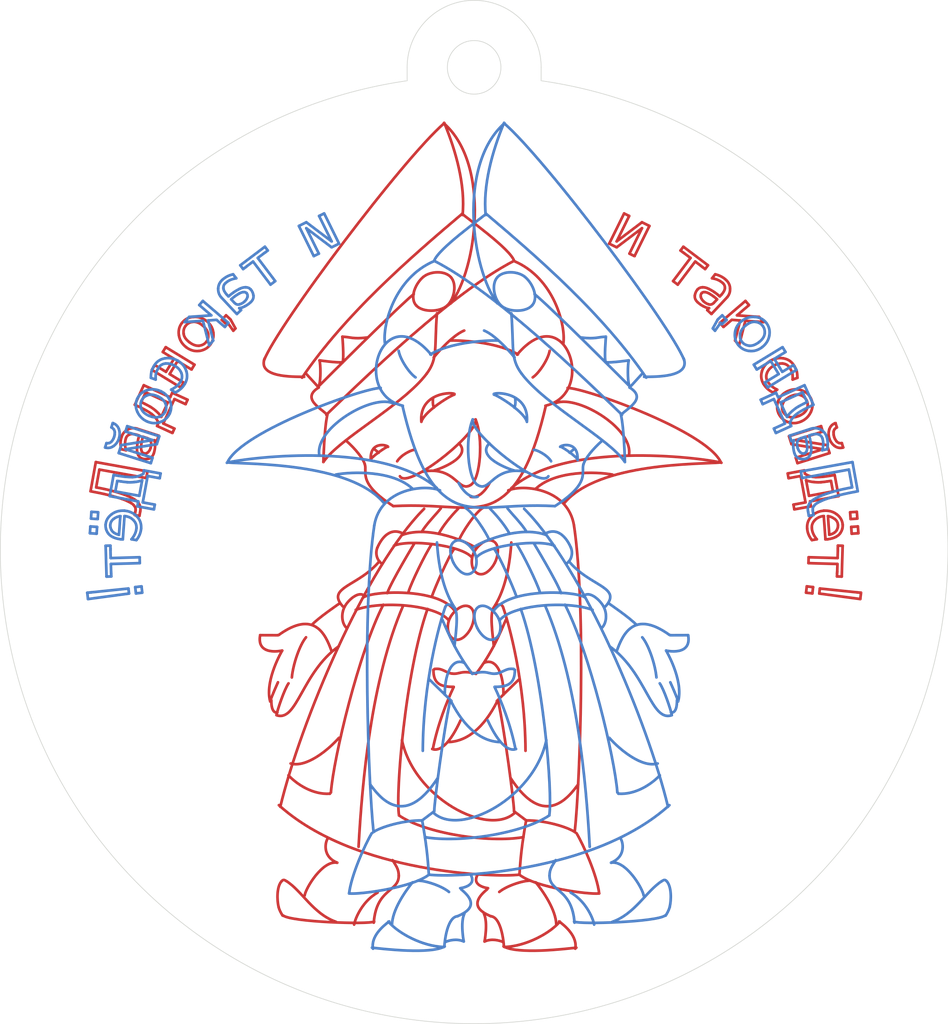
<source format=kicad_pcb>
(kicad_pcb (version 20171130) (host pcbnew 5.1.5)
  (layers (0 F.Cu signal) (31 B.Cu signal) (34 B.Paste user) (35 F.Paste user) (36 B.SilkS user) (37 F.SilkS user) (38 B.Mask user) (39 F.Mask user) (44 Edge.Cuts user))
  (net 0 "")
  (gr_line (start -4.999999 -34.999999) (end -5 -36) (layer Edge.Cuts) (width 0.05))
  (gr_line (start 5.000001 -34.999999) (end 5 -36) (layer Edge.Cuts) (width 0.05))
  (gr_circle (center 0 -36) (end 2 -36) (layer Edge.Cuts) (width 0.05))
  (gr_arc (start 0 -36) (end 5 -36) (angle -180) (layer Edge.Cuts) (width 0.05))
  (gr_arc (start 0 0) (end -4.999999 -34.999999) (angle -343.7397953) (layer Edge.Cuts) (width 0.05))
  (gr_curve (pts (xy 12.841601 -12.844471) (xy 9.616341 -17.583549) (xy 4.770402 -21.800332) (xy 0.927454 -25.045327)) (layer B.Cu) (width 0.2))
  (gr_curve (pts (xy 5.290824 4.149485) (xy 7.688367 9.690786) (xy 8.354304 17.293176) (xy 8.624609 22.15871)) (layer B.Cu) (width 0.2))
  (gr_curve (pts (xy 3.478111 4.40863) (xy 5.138444 9.120348) (xy 5.876485 18.149149) (xy 5.606181 19.816042)) (layer B.Cu) (width 0.2))
  (gr_curve (pts (xy 5.606181 19.816042) (xy 3.623931 21.167577) (xy -1.061398 21.888399) (xy -3.674369 21.437889)) (layer B.Cu) (width 0.2))
  (gr_curve (pts (xy 5.387294 14.201289) (xy 4.479398 18.517778) (xy -1.031697 21.432609) (xy -3.0227 19.632741)) (layer B.Cu) (width 0.2))
  (gr_curve (pts (xy -1.804744 11.335152) (xy -2.266521 13.486348) (xy -2.962881 18.699427) (xy -2.977822 19.507265)) (layer B.Cu) (width 0.2))
  (gr_curve (pts (xy -3.882805 20.19022) (xy -5.260583 20.16635) (xy -7.036555 20.691959) (xy -7.546249 21.082191)) (layer B.Cu) (width 0.2))
  (gr_curve (pts (xy -3.877101 20.198978) (xy -3.567374 21.944711) (xy -3.471638 22.857003) (xy -3.381538 24.208537)) (layer B.Cu) (width 0.2))
  (gr_curve (pts (xy -3.373111 24.23593) (xy -4.583642 25.191611) (xy -8.533788 25.733164) (xy -9.330191 25.637596)) (layer B.Cu) (width 0.2))
  (gr_curve (pts (xy -9.330191 25.637596) (xy -9.170908 24.267789) (xy -8.151518 22.006013) (xy -7.641823 21.1459)) (layer B.Cu) (width 0.2))
  (gr_curve (pts (xy -7.514398 20.954766) (xy -7.896674 17.450599) (xy -8.374511 4.357779) (xy -7.450684 -1.822288)) (layer B.Cu) (width 0.2))
  (gr_curve (pts (xy -7.450684 -1.822288) (xy -6.999459 -4.574727) (xy -3.691673 -4.912327) (xy -2.544858 -4.434483)) (layer B.Cu) (width 0.2))
  (gr_curve (pts (xy -2.77335 -0.547104) (xy -2.638199 1.570306) (xy -2.187682 3.237199) (xy -1.421808 4.363476)) (layer B.Cu) (width 0.2))
  (gr_curve (pts (xy -1.46686 7.17918) (xy -1.376762 6.30068) (xy -1.155522 4.76602) (xy -1.444338 4.386003)) (layer B.Cu) (width 0.2))
  (gr_curve (pts (xy -1.444338 4.386003) (xy -1.621516 4.152856) (xy -2.021734 3.885174) (xy -2.165159 4.295904)) (layer B.Cu) (width 0.2))
  (gr_curve (pts (xy -2.165159 4.295904) (xy -2.602852 5.549316) (xy -3.809526 9.904785) (xy -3.832052 14.995568)) (layer B.Cu) (width 0.2))
  (gr_curve (pts (xy -0.768567 8.418082) (xy -1.737166 8.035146) (xy -2.210208 9.454268) (xy -2.187682 10.805803)) (layer B.Cu) (width 0.2))
  (gr_line (start -2.977822 19.507265) (end -3.882805 20.19022) (layer B.Cu) (width 0.2))
  (gr_curve (pts (xy -1.714646 11.323893) (xy -0.700994 13.306143) (xy 0.537916 14.274741) (xy 1.889451 14.342321)) (layer B.Cu) (width 0.2))
  (gr_curve (pts (xy 1.010952 12.720474) (xy 1.776825 14.387367) (xy 2.520173 15.085668) (xy 3.128361 14.86041)) (layer B.Cu) (width 0.2))
  (gr_curve (pts (xy 1.529041 10.242661) (xy 2.024603 11.278839) (xy 2.722897 13.035837) (xy 3.083308 14.86041)) (layer B.Cu) (width 0.2))
  (gr_curve (pts (xy 1.529041 10.220135) (xy 2.632799 10.242657) (xy 3.038261 9.88225) (xy 3.038261 8.958698)) (layer B.Cu) (width 0.2))
  (gr_line (start -3.336486 9.679519) (end -1.69212 11.278839) (layer B.Cu) (width 0.2))
  (gr_curve (pts (xy 2.948163 8.891121) (xy 2.362495 8.801023) (xy 2.126313 9.18139) (xy 1.633954 9.235599)) (layer B.Cu) (width 0.2))
  (gr_curve (pts (xy 1.633954 9.235599) (xy 1.051615 9.299716) (xy 0.977178 8.947414) (xy -0.137838 9.251509)) (layer B.Cu) (width 0.2))
  (gr_curve (pts (xy -0.137838 9.251509) (xy -1.354222 7.652181) (xy -1.872318 6.345706) (xy -2.390407 5.174376)) (layer B.Cu) (width 0.2))
  (gr_curve (pts (xy -2.71703 17.022872) (xy -5.296216 20.998639) (xy -7.188367 18.273042) (xy -7.762769 17.495907)) (layer B.Cu) (width 0.2))
  (gr_curve (pts (xy 14.571373 19.050174) (xy 8.89492 24.186008) (xy -1.800882 24.459287) (xy -3.377675 24.234029)) (layer B.Cu) (width 0.2))
  (gr_curve (pts (xy 8.83473 4.47917) (xy 6.907445 3.762407) (xy 2.819875 4.111086) (xy 1.911978 5.241975)) (layer B.Cu) (width 0.2))
  (gr_curve (pts (xy 8.286726 3.563014) (xy 7.681463 3.069245) (xy 2.671999 2.791597) (xy 1.461469 4.543681)) (layer B.Cu) (width 0.2))
  (gr_curve (pts (xy 5.986711 -0.305595) (xy 4.871747 -0.799365) (xy 0.990974 -0.37107) (xy 0.178645 0.552784)) (layer B.Cu) (width 0.2))
  (gr_curve (pts (xy 5.403449 -1.098985) (xy 3.300954 -1.895388) (xy 0.235093 -0.460207) (xy -0.115325 -0.141647)) (layer B.Cu) (width 0.2))
  (gr_curve (pts (xy -1.406004 -0.659547) (xy -0.900942 -0.901446) (xy -0.215828 -0.287871) (xy 0.02752 0.216499)) (layer B.Cu) (width 0.2))
  (gr_curve (pts (xy 0.02752 0.216499) (xy 0.271616 0.722424) (xy 0.243095 1.510001) (xy -0.259189 1.761508)) (layer B.Cu) (width 0.2))
  (gr_curve (pts (xy -0.259189 1.761508) (xy -0.756761 2.010661) (xy -1.301631 1.447472) (xy -1.549354 0.949186)) (layer B.Cu) (width 0.2))
  (gr_curve (pts (xy -1.549354 0.949186) (xy -1.806761 0.431434) (xy -1.927484 -0.409787) (xy -1.406004 -0.659547)) (layer B.Cu) (width 0.2))
  (gr_line (start 3.038261 8.958698) (end 2.948163 8.891121) (layer B.Cu) (width 0.2))
  (gr_curve (pts (xy 0.381578 4.22771) (xy 0.886641 3.985812) (xy 1.571753 4.599387) (xy 1.815102 5.103756)) (layer B.Cu) (width 0.2))
  (gr_curve (pts (xy 1.815102 5.103756) (xy 2.059198 5.609681) (xy 2.030679 6.397258) (xy 1.528394 6.648766)) (layer B.Cu) (width 0.2))
  (gr_curve (pts (xy 1.528394 6.648766) (xy 1.030821 6.897918) (xy 0.485952 6.33473) (xy 0.238227 5.836443)) (layer B.Cu) (width 0.2))
  (gr_curve (pts (xy 0.238227 5.836443) (xy -0.019178 5.318691) (xy -0.139902 4.47747) (xy 0.381578 4.22771)) (layer B.Cu) (width 0.2))
  (gr_line (start -1.406004 -0.659547) (end -1.406004 -0.659547) (layer B.Cu) (width 0.2))
  (gr_curve (pts (xy 6.777511 4.093171) (xy 8.624609 7.674742) (xy 10.48354 15.500226) (xy 10.686272 18.090672)) (layer B.Cu) (width 0.2))
  (gr_line (start 0.381578 4.22771) (end 0.381578 4.22771) (layer B.Cu) (width 0.2))
  (gr_curve (pts (xy 10.764547 18.194197) (xy 12.048509 18.284295) (xy 13.248491 17.476858) (xy 13.856686 16.823611)) (layer B.Cu) (width 0.2))
  (gr_curve (pts (xy 10.088776 14.026963) (xy 10.899697 14.950515) (xy 12.54407 16.279524) (xy 13.692874 15.94164)) (layer B.Cu) (width 0.2))
  (gr_curve (pts (xy 14.466259 19.170824) (xy 12.957429 12.890545) (xy 8.12691 1.331455) (xy 3.730777 -3.064676)) (layer B.Cu) (width 0.2))
  (gr_curve (pts (xy 5.339504 -1.232958) (xy 6.311109 -1.710801) (xy 6.935203 -0.820847) (xy 7.219013 -0.165778)) (layer B.Cu) (width 0.2))
  (gr_curve (pts (xy 7.219013 -0.165778) (xy 7.38133 0.208873) (xy 7.298646 0.758044) (xy 6.868595 1.044746)) (layer B.Cu) (width 0.2))
  (gr_curve (pts (xy 8.270261 3.370241) (xy 8.700314 3.131322) (xy 9.400314 3.750575) (xy 9.656 4.230354)) (layer B.Cu) (width 0.2))
  (gr_curve (pts (xy 9.656 4.230354) (xy 9.93335 4.750781) (xy 9.894918 5.440885) (xy 9.544501 5.807228)) (layer B.Cu) (width 0.2))
  (gr_curve (pts (xy 9.79594 4.228324) (xy 11.088802 2.771768) (xy 8.612324 2.738954) (xy 7.070342 0.849478)) (layer B.Cu) (width 0.2))
  (gr_curve (pts (xy 10.111296 7.201706) (xy 12.881947 9.183956) (xy 13.197311 12.87816) (xy 14.751579 12.337544)) (layer B.Cu) (width 0.2))
  (gr_curve (pts (xy 10.021198 3.980539) (xy 10.021198 3.980539) (xy 11.643044 5.084297) (xy 12.116081 5.602386)) (layer B.Cu) (width 0.2))
  (gr_curve (pts (xy 10.629386 7.584636) (xy 11.102422 6.2331) (xy 11.958395 4.476101) (xy 14.571367 6.345726)) (layer B.Cu) (width 0.2))
  (gr_line (start 10.686272 18.090672) (end 10.764547 18.194197) (layer B.Cu) (width 0.2))
  (gr_curve (pts (xy 15.967955 6.368323) (xy 16.260786 7.967643) (xy 14.323589 7.517134) (xy 14.323589 7.517134)) (layer B.Cu) (width 0.2))
  (gr_curve (pts (xy 14.323589 7.517134) (xy 14.323589 7.517134) (xy 15.585025 9.634536) (xy 15.247141 11.211329)) (layer B.Cu) (width 0.2))
  (gr_curve (pts (xy 15.134509 11.222519) (xy 15.145759 12.292483) (xy 14.683999 12.134813) (xy 14.683999 12.134813)) (layer B.Cu) (width 0.2))
  (gr_curve (pts (xy 14.638946 9.88225) (xy 14.638946 9.88225) (xy 15.111989 10.929689) (xy 15.224615 11.312625)) (layer B.Cu) (width 0.2))
  (gr_curve (pts (xy 13.850553 9.96109) (xy 14.177177 10.445393) (xy 14.650213 11.864501) (xy 14.740312 12.281225)) (layer B.Cu) (width 0.2))
  (gr_curve (pts (xy 12.544063 6.525938) (xy 13.017099 7.08908) (xy 13.512669 8.530715) (xy 13.602767 9.52184)) (layer B.Cu) (width 0.2))
  (gr_curve (pts (xy -2.77335 -4.601717) (xy -7.030689 -8.318439) (xy -17.752881 -6.741653) (xy -18.451176 -6.493868)) (layer B.Cu) (width 0.2))
  (gr_curve (pts (xy -6.737858 -3.497959) (xy -9.28325 -6.538914) (xy -16.896909 -6.381241) (xy -18.383598 -6.516395)) (layer B.Cu) (width 0.2))
  (gr_curve (pts (xy -4.620449 -4.579191) (xy -6.084609 -5.930726) (xy -9.103045 -5.840626) (xy -10.319428 -5.615369)) (layer B.Cu) (width 0.2))
  (gr_curve (pts (xy 6.485523 3.231886) (xy 6.181425 2.364646) (xy 4.452212 -0.493662) (xy 4.452212 -0.493662)) (layer B.Cu) (width 0.2))
  (gr_curve (pts (xy 3.912588 -1.32932) (xy 3.642277 -1.84741) (xy 2.769966 -2.724858) (xy 2.488396 -3.096528)) (layer B.Cu) (width 0.2))
  (gr_curve (pts (xy 4.894691 3.120703) (xy 4.687624 2.451725) (xy 3.674606 0.353916) (xy 3.173415 -0.411958)) (layer B.Cu) (width 0.2))
  (gr_curve (pts (xy 2.632799 -1.222871) (xy 2.317441 -1.797274) (xy 1.799345 -2.439262) (xy 1.191156 -3.069976)) (layer B.Cu) (width 0.2))
  (gr_curve (pts (xy 3.150887 3.462451) (xy 2.896036 2.745689) (xy 1.920649 0.52187) (xy 1.506521 -0.051541)) (layer B.Cu) (width 0.2))
  (gr_curve (pts (xy 1.101058 -0.794888) (xy 0.90196 -1.264762) (xy -0.018821 -2.731384) (xy -0.655941 -3.137548)) (layer B.Cu) (width 0.2))
  (gr_curve (pts (xy 9.570688 -8.160761) (xy 8.823605 -7.500838) (xy 8.293602 -6.822743) (xy 8.154601 -6.376233)) (layer B.Cu) (width 0.2))
  (gr_curve (pts (xy 8.154601 -6.376233) (xy 7.966351 -5.771551) (xy 8.714405 -4.996473) (xy 6.028662 -3.259654)) (layer B.Cu) (width 0.2))
  (gr_curve (pts (xy 6.028662 -3.259654) (xy 2.444293 -3.483031) (xy 0.136087 -2.686951) (xy -1.580896 -3.605035)) (layer B.Cu) (width 0.2))
  (gr_curve (pts (xy -1.580896 -3.605035) (xy -3.426505 -4.591899) (xy -4.49189 -7.076414) (xy -5.348187 -10.742009)) (layer B.Cu) (width 0.2))
  (gr_curve (pts (xy -3.201333 -14.558034) (xy -6.827957 -18.882952) (xy -9.21567 -11.652232) (xy -5.318742 -10.751206)) (layer B.Cu) (width 0.2))
  (gr_curve (pts (xy -4.372663 -12.868615) (xy -4.823173 -13.161446) (xy -5.521474 -14.197624) (xy -5.634101 -14.850865)) (layer B.Cu) (width 0.2))
  (gr_curve (pts (xy 5.538602 -5.491477) (xy 5.326808 -5.105263) (xy 4.464241 -5.447919) (xy 3.474316 -6.083435)) (layer B.Cu) (width 0.2))
  (gr_curve (pts (xy 3.474316 -6.083435) (xy 1.779475 -7.171497) (xy -0.288701 -9.118012) (xy -0.103465 -9.734898)) (layer B.Cu) (width 0.2))
  (gr_curve (pts (xy -0.103465 -9.734898) (xy -0.709267 -8.304186) (xy -0.473902 -5.313637) (xy 0.24255 -4.848611)) (layer B.Cu) (width 0.2))
  (gr_curve (pts (xy 0.24255 -4.848611) (xy 1.212052 -4.219333) (xy 1.357507 -6.282135) (xy 3.826345 -5.836149)) (layer B.Cu) (width 0.2))
  (gr_curve (pts (xy 2.993209 -5.919465) (xy 2.632799 -5.998303) (xy 0.121192 -6.921851) (xy 1.134844 -7.94677)) (layer B.Cu) (width 0.2))
  (gr_curve (pts (xy 5.741333 -6.606493) (xy 5.45459 -7.098051) (xy 4.603789 -7.496259) (xy 4.457369 -7.451207)) (layer B.Cu) (width 0.2))
  (gr_curve (pts (xy 3.937845 -9.547377) (xy 4.113054 -11.602088) (xy 1.883127 -11.809149) (xy 1.468999 -11.633939)) (layer B.Cu) (width 0.2))
  (gr_curve (pts (xy 3.921913 -9.611086) (xy 3.59539 -10.431378) (xy 1.660141 -11.57023) (xy 1.476969 -11.578194)) (layer B.Cu) (width 0.2))
  (gr_curve (pts (xy 3.0618 -11.347237) (xy 3.0618 -11.347237) (xy 3.133474 -10.861431) (xy 2.998087 -10.61455)) (layer B.Cu) (width 0.2))
  (gr_curve (pts (xy 7.712782 -6.696263) (xy 7.808347 -8.129786) (xy 6.502257 -7.843084) (xy 6.422616 -7.683801)) (layer B.Cu) (width 0.2))
  (gr_curve (pts (xy 7.736677 -6.704225) (xy 7.696833 -6.919255) (xy 6.518183 -7.731584) (xy 6.430579 -7.699726)) (layer B.Cu) (width 0.2))
  (gr_line (start 14.571367 6.345726) (end 14.655108 6.372356) (layer B.Cu) (width 0.2))
  (gr_line (start 14.655108 6.372356) (end 15.967955 6.368323) (layer B.Cu) (width 0.2))
  (gr_curve (pts (xy 0.258475 -3.95664) (xy -0.458286 -3.781432) (xy -1.047623 -4.76897) (xy -1.159116 -4.991962)) (layer B.Cu) (width 0.2))
  (gr_curve (pts (xy 10.946167 -10.104856) (xy 11.193951 -9.068678) (xy 11.248801 -6.552912) (xy 11.248801 -6.552912)) (layer B.Cu) (width 0.2))
  (gr_curve (pts (xy 11.248801 -6.552912) (xy 10.070127 -8.304988) (xy 5.288962 -10.802637) (xy 3.539643 -13.147105)) (layer B.Cu) (width 0.2))
  (gr_curve (pts (xy 3.539643 -13.147105) (xy 2.684081 -14.293738) (xy 2.982165 -15.074391) (xy 2.775098 -17.654729)) (layer B.Cu) (width 0.2))
  (gr_curve (pts (xy 11.034849 -10.075438) (xy 8.083994 -12.913668) (xy 1.686726 -19.153256) (xy -2.976075 -21.563496)) (layer B.Cu) (width 0.2))
  (gr_curve (pts (xy 3.015735 -14.355303) (xy 3.015735 -14.355303) (xy 1.709246 -15.97715) (xy 0.740648 -16.360087)) (layer B.Cu) (width 0.2))
  (gr_curve (pts (xy 1.754299 -15.616739) (xy 0.86454 -15.644929) (xy -1.804752 -15.481587) (xy -3.268913 -14.580561)) (layer B.Cu) (width 0.2))
  (gr_curve (pts (xy -2.990841 -21.541166) (xy -5.964223 -20.279729) (xy -6.857017 -16.721967) (xy -6.654285 -15.392957)) (layer B.Cu) (width 0.2))
  (gr_curve (pts (xy -2.990841 -21.541166) (xy -2.73599 -22.433137) (xy 0.608893 -24.790483) (xy 0.895595 -25.077185)) (layer B.Cu) (width 0.2))
  (gr_curve (pts (xy 1.735447 -18.390626) (xy -0.175913 -20.907248) (xy -1.270616 -28.708771) (xy 2.265403 -31.830662)) (layer B.Cu) (width 0.2))
  (gr_curve (pts (xy 2.233545 -31.830662) (xy 5.323579 -29.154756) (xy 14.625536 -16.794623) (xy 15.676783 -14.150576)) (layer B.Cu) (width 0.2))
  (gr_curve (pts (xy 2.233545 -31.862518) (xy 1.341574 -29.728164) (xy 0.640744 -27.147827) (xy 0.863737 -24.981617)) (layer B.Cu) (width 0.2))
  (gr_curve (pts (xy 15.629802 -14.289254) (xy 16.181677 -12.84762) (xy 13.504511 -12.919446) (xy 12.682324 -12.908187)) (layer B.Cu) (width 0.2))
  (gr_line (start 7.497752 -7.556375) (end 7.123445 -7.245778) (layer B.Cu) (width 0.2))
  (gr_curve (pts (xy 11.599218 -12.111783) (xy 12.921243 -11.299454) (xy 11.439935 -10.566767) (xy 10.978024 -10.088923)) (layer B.Cu) (width 0.2))
  (gr_curve (pts (xy 11.599218 -12.207351) (xy 11.599218 -12.207351) (xy 5.56137 -18.249069) (xy 4.510122 -19.077324)) (layer B.Cu) (width 0.2))
  (gr_curve (pts (xy 4.323182 -18.235867) (xy 4.833692 -18.805097) (xy 4.382247 -19.87343) (xy 3.794494 -20.362493)) (layer B.Cu) (width 0.2))
  (gr_curve (pts (xy 3.794494 -20.362493) (xy 3.263864 -20.804015) (xy 2.17378 -20.854185) (xy 1.72385 -20.330663)) (layer B.Cu) (width 0.2))
  (gr_curve (pts (xy 1.72385 -20.330663) (xy 1.262822 -19.794234) (xy 1.49158 -18.708761) (xy 2.010552 -18.228167)) (layer B.Cu) (width 0.2))
  (gr_curve (pts (xy 2.010552 -18.228167) (xy 2.541263 -17.736704) (xy 3.840248 -17.697376) (xy 4.323182 -18.235809)) (layer B.Cu) (width 0.2))
  (gr_line (start 12.586756 -13.194889) (end 11.599218 -12.111783) (layer B.Cu) (width 0.2))
  (gr_curve (pts (xy 11.551435 -12.350702) (xy 11.44791 -12.685187) (xy 11.447921 -13.7683) (xy 11.535525 -14.134643)) (layer B.Cu) (width 0.2))
  (gr_curve (pts (xy 11.535525 -14.134643) (xy 11.535525 -14.134643) (xy 10.269248 -13.951472) (xy 9.8153 -13.991292)) (layer B.Cu) (width 0.2))
  (gr_curve (pts (xy 9.8153 -13.991292) (xy 9.695838 -14.325778) (xy 9.831209 -15.902653) (xy 9.831209 -15.902653)) (layer B.Cu) (width 0.2))
  (gr_curve (pts (xy 9.831209 -15.902653) (xy 9.225948 -15.881415) (xy 9.032837 -15.710857) (xy 8.015416 -15.838939)) (layer B.Cu) (width 0.2))
  (gr_curve (pts (xy -5.985307 -10.901258) (xy -7.48254 -11.697662) (xy -11.846813 -9.149175) (xy -11.560111 -7.110389)) (layer B.Cu) (width 0.2))
  (gr_curve (pts (xy -6.972846 -12.079926) (xy -8.247086 -12.079926) (xy -17.294194 -8.894325) (xy -18.409157 -6.536979)) (layer B.Cu) (width 0.2))
  (gr_curve (pts (xy 6.088123 23.152834) (xy 5.849205 23.551029) (xy 5.627844 23.792665) (xy 5.626213 24.315572)) (layer B.Cu) (width 0.2))
  (gr_curve (pts (xy 5.626213 24.315572) (xy 5.622179 25.527444) (xy 7.298661 25.25532) (xy 7.489795 27.819733)) (layer B.Cu) (width 0.2))
  (gr_curve (pts (xy 7.203087 25.573887) (xy 8.286193 26.179149) (xy 8.859603 27.421531) (xy 8.955171 27.963084)) (layer B.Cu) (width 0.2))
  (gr_curve (pts (xy 7.457931 27.740091) (xy 7.903917 27.963084) (xy 13.65393 27.771911) (xy 14.259198 27.27818)) (layer B.Cu) (width 0.2))
  (gr_curve (pts (xy 14.29105 27.294106) (xy 14.29105 27.294106) (xy 14.522693 26.940613) (xy 14.593685 26.64106)) (layer B.Cu) (width 0.2))
  (gr_curve (pts (xy 14.593685 26.64106) (xy 14.717947 26.116721) (xy 14.733994 25.157574) (xy 14.38659 24.745625)) (layer B.Cu) (width 0.2))
  (gr_curve (pts (xy 14.38659 24.745625) (xy 14.244601 24.577239) (xy 14.173886 24.610945) (xy 13.988388 24.729716)) (layer B.Cu) (width 0.2))
  (gr_curve (pts (xy 13.988388 24.729716) (xy 12.849374 25.458918) (xy 11.997386 27.166704) (xy 10.309018 27.75604)) (layer B.Cu) (width 0.2))
  (gr_curve (pts (xy 12.650466 25.796879) (xy 12.570801 25.239394) (xy 11.312516 23.152834) (xy 10.229411 23.343969)) (layer B.Cu) (width 0.2))
  (gr_curve (pts (xy 10.898382 21.496318) (xy 11.121375 21.767103) (xy 11.3603 22.882051) (xy 10.213478 23.343969)) (layer B.Cu) (width 0.2))
  (gr_curve (pts (xy -0.227952 24.298635) (xy 0.186176 25.110965) (xy -1.038878 25.244714) (xy -1.038878 25.244714)) (layer B.Cu) (width 0.2))
  (gr_curve (pts (xy -0.967981 25.334962) (xy 0.369975 26.418068) (xy -0.410497 26.991478) (xy -1.254684 27.341896)) (layer B.Cu) (width 0.2))
  (gr_curve (pts (xy -1.238758 27.341896) (xy -1.780311 27.357805) (xy -2.130722 28.361286) (xy -2.226296 29.6196)) (layer B.Cu) (width 0.2))
  (gr_curve (pts (xy -0.729063 27.150755) (xy -1.047623 27.8038) (xy -0.776866 29.221399) (xy -0.776866 29.221399)) (layer B.Cu) (width 0.2))
  (gr_curve (pts (xy -0.776866 29.221399) (xy -1.318419 28.98248) (xy -1.859972 29.141733) (xy -2.146674 29.253229)) (layer B.Cu) (width 0.2))
  (gr_curve (pts (xy -2.194438 29.587742) (xy -3.22976 30.193004) (xy -6.797636 29.778877) (xy -7.625891 29.683306)) (layer B.Cu) (width 0.2))
  (gr_curve (pts (xy -2.274079 29.635526) (xy -3.882805 29.571813) (xy -5.650815 28.616129) (xy -6.399434 27.740091)) (layer B.Cu) (width 0.2))
  (gr_curve (pts (xy -6.335725 27.724165) (xy -6.813569 28.074584) (xy -7.721459 28.855055) (xy -7.546249 29.762951)) (layer B.Cu) (width 0.2))
  (gr_curve (pts (xy -4.599568 24.809341) (xy -5.14112 25.478319) (xy -6.112732 26.864053) (xy -6.128658 27.979016)) (layer B.Cu) (width 0.2))
  (gr_curve (pts (xy -1.875878 25.526104) (xy -2.385573 25.09605) (xy -3.580171 24.681915) (xy -4.201366 24.681915)) (layer B.Cu) (width 0.2))
  (gr_line (start 4.323182 -18.235809) (end 4.323182 -18.235809) (layer B.Cu) (width 0.2))
  (gr_curve (pts (xy 25.287159 -2.808812) (xy 25.275792 -2.871765) (xy 25.268099 -2.91435) (xy 25.264079 -2.936567)) (layer B.Cu) (width 0.2))
  (gr_curve (pts (xy 25.264079 -2.936567) (xy 25.263769 -2.959454) (xy 25.264169 -2.999673) (xy 25.265279 -3.057226)) (layer B.Cu) (width 0.2))
  (gr_curve (pts (xy 25.265279 -3.057226) (xy 25.269412 -3.119153) (xy 25.282089 -3.165416) (xy 25.303309 -3.196017)) (layer B.Cu) (width 0.2))
  (gr_curve (pts (xy 25.303309 -3.196017) (xy 25.323882 -3.230324) (xy 25.357593 -3.276563) (xy 25.404442 -3.334734)) (layer B.Cu) (width 0.2))
  (gr_curve (pts (xy 25.404442 -3.334734) (xy 25.451295 -3.392907) (xy 25.511262 -3.441977) (xy 25.584341 -3.481942)) (layer B.Cu) (width 0.2))
  (gr_curve (pts (xy 25.584341 -3.481942) (xy 25.656754 -3.525615) (xy 25.751052 -3.57515) (xy 25.867233 -3.630545)) (layer B.Cu) (width 0.2))
  (gr_curve (pts (xy 25.867233 -3.630545) (xy 25.983414 -3.685945) (xy 26.11878 -3.740985) (xy 26.273329 -3.795664)) (layer B.Cu) (width 0.2))
  (gr_curve (pts (xy 26.273329 -3.795664) (xy 26.892864 -4.006982) (xy 27.676621 -4.198251) (xy 28.624601 -4.369471)) (layer B.Cu) (width 0.2))
  (gr_line (start 24.975341 -2.534538) (end 25.325279 -2.597738) (layer B.Cu) (width 0.2))
  (gr_line (start 25.325279 -2.597738) (end 25.287159 -2.808812) (layer B.Cu) (width 0.2))
  (gr_curve (pts (xy 28.204902 -4.660756) (xy 27.223594 -4.483517) (xy 26.4223 -4.262313) (xy 25.80102 -3.997146)) (layer B.Cu) (width 0.2))
  (gr_curve (pts (xy 25.80102 -3.997146) (xy 25.402999 -3.829661) (xy 25.145825 -3.655113) (xy 25.029497 -3.473501)) (layer B.Cu) (width 0.2))
  (gr_curve (pts (xy 25.029497 -3.473501) (xy 24.913169 -3.291888) (xy 24.874735 -3.091842) (xy 24.914196 -2.873363)) (layer B.Cu) (width 0.2))
  (gr_line (start 28.624601 -4.369471) (end 28.23133 -6.546863) (layer B.Cu) (width 0.2))
  (gr_line (start 28.23133 -6.546863) (end 24.376457 -5.850613) (layer B.Cu) (width 0.2))
  (gr_line (start 24.376457 -5.850613) (end 24.465747 -5.356256) (layer B.Cu) (width 0.2))
  (gr_line (start 24.465747 -5.356256) (end 27.965127 -5.988298) (layer B.Cu) (width 0.2))
  (gr_line (start 27.965127 -5.988298) (end 28.204902 -4.660756) (layer B.Cu) (width 0.2))
  (gr_curve (pts (xy 24.767767 -6.805168) (xy 24.900221 -6.848068) (xy 24.998542 -6.935292) (xy 25.062731 -7.066839)) (layer B.Cu) (width 0.2))
  (gr_curve (pts (xy 25.062731 -7.066839) (xy 25.130499 -7.199542) (xy 25.161562 -7.353978) (xy 25.155921 -7.530146)) (layer B.Cu) (width 0.2))
  (gr_curve (pts (xy 25.155921 -7.530146) (xy 25.152721 -7.711053) (xy 25.136918 -7.881951) (xy 25.108511 -8.042842)) (layer B.Cu) (width 0.2))
  (gr_curve (pts (xy 25.108511 -8.042842) (xy 25.082551 -8.208472) (xy 25.04406 -8.370044) (xy 24.993037 -8.527557)) (layer B.Cu) (width 0.2))
  (gr_line (start 24.914196 -2.873363) (end 24.975341 -2.534538) (layer B.Cu) (width 0.2))
  (gr_curve (pts (xy 25.17561 -8.586697) (xy 25.407039 -8.653749) (xy 25.586786 -8.660552) (xy 25.714851 -8.607107)) (layer B.Cu) (width 0.2))
  (gr_curve (pts (xy 25.714851 -8.607107) (xy 25.851236 -8.5524) (xy 25.94146 -8.457029) (xy 25.985523 -8.320992)) (layer B.Cu) (width 0.2))
  (gr_curve (pts (xy 25.985523 -8.320992) (xy 26.074809 -8.045343) (xy 26.070489 -7.747286) (xy 25.972563 -7.426819)) (layer B.Cu) (width 0.2))
  (gr_line (start 24.993037 -8.527557) (end 25.17561 -8.586697) (layer B.Cu) (width 0.2))
  (gr_curve (pts (xy 26.342773 -7.511139) (xy 26.41332 -7.830648) (xy 26.40105 -8.137176) (xy 26.305963 -8.430724)) (layer B.Cu) (width 0.2))
  (gr_curve (pts (xy 26.305963 -8.430724) (xy 26.225954 -8.677733) (xy 26.076942 -8.856905) (xy 25.858929 -8.968238)) (layer B.Cu) (width 0.2))
  (gr_curve (pts (xy 25.858929 -8.968238) (xy 25.643337 -9.084311) (xy 25.416877 -9.111821) (xy 25.179548 -9.050768)) (layer B.Cu) (width 0.2))
  (gr_line (start 25.972563 -7.426819) (end 26.342773 -7.511139) (layer B.Cu) (width 0.2))
  (gr_curve (pts (xy 23.8619 -8.173047) (xy 23.85222 -8.154087) (xy 23.839967 -8.112541) (xy 23.82514 -8.04841)) (layer B.Cu) (width 0.2))
  (gr_curve (pts (xy 23.82514 -8.04841) (xy 23.809153 -7.987857) (xy 23.804033 -7.875445) (xy 23.80978 -7.711176)) (layer B.Cu) (width 0.2))
  (gr_curve (pts (xy 23.80978 -7.711176) (xy 23.815513 -7.546908) (xy 23.846793 -7.377068) (xy 23.90362 -7.201655)) (layer B.Cu) (width 0.2))
  (gr_curve (pts (xy 23.90362 -7.201655) (xy 23.969713 -6.997604) (xy 24.091171 -6.866861) (xy 24.267994 -6.809428)) (layer B.Cu) (width 0.2))
  (gr_curve (pts (xy 24.267994 -6.809428) (xy 24.447236 -6.756735) (xy 24.613824 -6.755335) (xy 24.767757 -6.805228)) (layer B.Cu) (width 0.2))
  (gr_line (start 25.179548 -9.050768) (end 23.541768 -8.520269) (layer B.Cu) (width 0.2))
  (gr_line (start 23.541768 -8.520269) (end 23.673958 -8.112167) (layer B.Cu) (width 0.2))
  (gr_line (start 23.673958 -8.112167) (end 23.8619 -8.173047) (layer B.Cu) (width 0.2))
  (gr_curve (pts (xy 24.646165 -7.198901) (xy 24.549509 -7.167594) (xy 24.453888 -7.188041) (xy 24.359302 -7.260241)) (layer B.Cu) (width 0.2))
  (gr_curve (pts (xy 24.359302 -7.260241) (xy 24.263557 -7.336025) (xy 24.192493 -7.445514) (xy 24.146111 -7.588708)) (layer B.Cu) (width 0.2))
  (gr_curve (pts (xy 24.146111 -7.588708) (xy 24.096251 -7.742641) (xy 24.083828 -7.890902) (xy 24.108841 -8.033489)) (layer B.Cu) (width 0.2))
  (gr_curve (pts (xy 24.108841 -8.033489) (xy 24.132694 -8.179656) (xy 24.221588 -8.277669) (xy 24.375521 -8.32753)) (layer B.Cu) (width 0.2))
  (gr_line (start 24.767757 -6.805228) (end 24.767757 -6.805228) (layer B.Cu) (width 0.2))
  (gr_curve (pts (xy 24.713816 -8.437109) (xy 24.749763 -8.326134) (xy 24.779129 -8.211049) (xy 24.801916 -8.091856)) (layer B.Cu) (width 0.2))
  (gr_curve (pts (xy 24.801916 -8.091856) (xy 24.824703 -7.972663) (xy 24.841489 -7.84757) (xy 24.852276 -7.716579)) (layer B.Cu) (width 0.2))
  (gr_curve (pts (xy 24.852276 -7.716579) (xy 24.863063 -7.585588) (xy 24.850203 -7.472647) (xy 24.813696 -7.377758)) (layer B.Cu) (width 0.2))
  (gr_curve (pts (xy 24.813696 -7.377758) (xy 24.780769 -7.284028) (xy 24.724928 -7.224408) (xy 24.646171 -7.198898)) (layer B.Cu) (width 0.2))
  (gr_line (start 24.375521 -8.32753) (end 24.713816 -8.437109) (layer B.Cu) (width 0.2))
  (gr_line (start 24.646171 -7.198898) (end 24.646171 -7.198898) (layer B.Cu) (width 0.2))
  (gr_curve (pts (xy 23.5562 -9.466414) (xy 23.656635 -9.735659) (xy 23.830486 -9.9619) (xy 24.077751 -10.145135)) (layer B.Cu) (width 0.2))
  (gr_curve (pts (xy 24.077751 -10.145135) (xy 24.323454 -10.331794) (xy 24.726989 -10.553294) (xy 25.288356 -10.809636)) (layer B.Cu) (width 0.2))
  (gr_line (start 23.659363 -9.240498) (end 23.5562 -9.466414) (layer B.Cu) (width 0.2))
  (gr_line (start 25.288356 -10.809636) (end 25.319166 -10.823706) (layer B.Cu) (width 0.2))
  (gr_line (start 25.319166 -10.823706) (end 24.653301 -12.281891) (layer B.Cu) (width 0.2))
  (gr_line (start 24.653301 -12.281891) (end 22.68167 -11.381568) (layer B.Cu) (width 0.2))
  (gr_line (start 22.68167 -11.381568) (end 22.526927 -11.720442) (layer B.Cu) (width 0.2))
  (gr_line (start 22.526927 -11.720442) (end 21.381943 -11.197597) (layer B.Cu) (width 0.2))
  (gr_line (start 21.381943 -11.197597) (end 21.531997 -10.868992) (layer B.Cu) (width 0.2))
  (gr_line (start 21.531997 -10.868992) (end 22.363779 -11.248816) (layer B.Cu) (width 0.2))
  (gr_line (start 22.363779 -11.248816) (end 23.19611 -9.426085) (layer B.Cu) (width 0.2))
  (gr_line (start 23.19611 -9.426085) (end 22.364328 -9.04626) (layer B.Cu) (width 0.2))
  (gr_line (start 22.364328 -9.04626) (end 22.514382 -8.717655) (layer B.Cu) (width 0.2))
  (gr_line (start 22.514382 -8.717655) (end 23.659363 -9.240498) (layer B.Cu) (width 0.2))
  (gr_curve (pts (xy 24.841394 -11.027482) (xy 24.818994 -11.013115) (xy 24.73156 -10.969053) (xy 24.579092 -10.895294)) (layer B.Cu) (width 0.2))
  (gr_curve (pts (xy 24.579092 -10.895294) (xy 24.430044 -10.823097) (xy 24.295321 -10.751235) (xy 24.174924 -10.67971)) (layer B.Cu) (width 0.2))
  (gr_curve (pts (xy 24.174924 -10.67971) (xy 24.052963 -10.611608) (xy 23.910355 -10.507189) (xy 23.747101 -10.366453)) (layer B.Cu) (width 0.2))
  (gr_curve (pts (xy 23.747101 -10.366453) (xy 23.585706 -10.230703) (xy 23.452517 -10.083012) (xy 23.347532 -9.92338)) (layer B.Cu) (width 0.2))
  (gr_line (start 23.347532 -9.92338) (end 22.857512 -10.996481) (layer B.Cu) (width 0.2))
  (gr_line (start 22.857512 -10.996481) (end 24.510806 -11.75144) (layer B.Cu) (width 0.2))
  (gr_line (start 24.510806 -11.75144) (end 24.841394 -11.027482) (layer B.Cu) (width 0.2))
  (gr_line (start 23.347532 -9.92338) (end 23.347532 -9.92338) (layer B.Cu) (width 0.2))
  (gr_curve (pts (xy 21.494996 -15.124097) (xy 21.794669 -15.357852) (xy 21.972808 -15.649522) (xy 22.029413 -15.999107)) (layer B.Cu) (width 0.2))
  (gr_curve (pts (xy 22.029413 -15.999107) (xy 22.086673 -16.353974) (xy 22.011154 -16.664925) (xy 21.802855 -16.93196)) (layer B.Cu) (width 0.2))
  (gr_curve (pts (xy 21.802855 -16.93196) (xy 21.585301 -17.210863) (xy 21.295323 -17.359302) (xy 20.93292 -17.377275)) (layer B.Cu) (width 0.2))
  (gr_curve (pts (xy 20.93292 -17.377275) (xy 20.573484 -17.397562) (xy 20.251347 -17.296614) (xy 19.96651 -17.074432)) (layer B.Cu) (width 0.2))
  (gr_curve (pts (xy 19.96651 -17.074432) (xy 19.672771 -16.845306) (xy 19.504365 -16.556455) (xy 19.46129 -16.207878)) (layer B.Cu) (width 0.2))
  (gr_curve (pts (xy 19.46129 -16.207878) (xy 19.418217 -15.859302) (xy 19.498513 -15.554463) (xy 19.702179 -15.293362)) (layer B.Cu) (width 0.2))
  (gr_curve (pts (xy 19.702179 -15.293362) (xy 19.905846 -15.032261) (xy 20.181968 -14.880173) (xy 20.530545 -14.837098)) (layer B.Cu) (width 0.2))
  (gr_curve (pts (xy 20.530545 -14.837098) (xy 20.879774 -14.799305) (xy 21.201257 -14.894971) (xy 21.494996 -15.124097)) (layer B.Cu) (width 0.2))
  (gr_line (start 21.902668 -12.118443) (end 24.047166 -13.426173) (layer B.Cu) (width 0.2))
  (gr_line (start 24.047166 -13.426173) (end 23.826762 -13.787605) (layer B.Cu) (width 0.2))
  (gr_line (start 23.826762 -13.787605) (end 22.993058 -13.279206) (layer B.Cu) (width 0.2))
  (gr_line (start 22.993058 -13.279206) (end 22.399437 -14.252664) (layer B.Cu) (width 0.2))
  (gr_line (start 22.399437 -14.252664) (end 23.23314 -14.761062) (layer B.Cu) (width 0.2))
  (gr_line (start 23.23314 -14.761062) (end 23.012737 -15.122494) (layer B.Cu) (width 0.2))
  (gr_line (start 23.012737 -15.122494) (end 20.868239 -13.814765) (layer B.Cu) (width 0.2))
  (gr_line (start 20.868239 -13.814765) (end 21.088643 -13.453332) (layer B.Cu) (width 0.2))
  (gr_line (start 21.088643 -13.453332) (end 22.129567 -14.088096) (layer B.Cu) (width 0.2))
  (gr_line (start 22.129567 -14.088096) (end 22.723189 -13.114638) (layer B.Cu) (width 0.2))
  (gr_line (start 22.723189 -13.114638) (end 21.682264 -12.479875) (layer B.Cu) (width 0.2))
  (gr_line (start 21.682264 -12.479875) (end 21.902668 -12.118443) (layer B.Cu) (width 0.2))
  (gr_curve (pts (xy 21.268717 -15.505959) (xy 21.007616 -15.302291) (xy 20.761704 -15.210691) (xy 20.530981 -15.231159)) (layer B.Cu) (width 0.2))
  (gr_curve (pts (xy 20.530981 -15.231159) (xy 20.297944 -15.254592) (xy 20.116623 -15.349388) (xy 19.987016 -15.515545)) (layer B.Cu) (width 0.2))
  (gr_curve (pts (xy 19.987016 -15.515545) (xy 19.857409 -15.6817) (xy 19.810762 -15.87916) (xy 19.847075 -16.107925)) (layer B.Cu) (width 0.2))
  (gr_curve (pts (xy 19.847075 -16.107925) (xy 19.884042 -16.341971) (xy 20.031591 -16.55967) (xy 20.289724 -16.761023)) (layer B.Cu) (width 0.2))
  (gr_curve (pts (xy 20.289724 -16.761023) (xy 20.538957 -16.955433) (xy 20.775641 -17.037449) (xy 20.999776 -17.007071)) (layer B.Cu) (width 0.2))
  (gr_curve (pts (xy 20.999776 -17.007071) (xy 21.221597 -16.979658) (xy 21.397311 -16.882874) (xy 21.526918 -16.716721)) (layer B.Cu) (width 0.2))
  (gr_curve (pts (xy 21.526918 -16.716721) (xy 21.654211 -16.553533) (xy 21.705308 -16.359545) (xy 21.680211 -16.134756)) (layer B.Cu) (width 0.2))
  (gr_curve (pts (xy 21.680211 -16.134756) (xy 21.655118 -15.909968) (xy 21.517953 -15.700369) (xy 21.268717 -15.505959)) (layer B.Cu) (width 0.2))
  (gr_line (start 21.494996 -15.124097) (end 21.494996 -15.124097) (layer B.Cu) (width 0.2))
  (gr_line (start 21.268717 -15.505959) (end 21.268717 -15.505959) (layer B.Cu) (width 0.2))
  (gr_line (start 18.48841 -16.82825) (end 18.835253 -17.151518) (layer B.Cu) (width 0.2))
  (gr_line (start 18.835253 -17.151518) (end 18.511985 -17.498361) (layer B.Cu) (width 0.2))
  (gr_line (start 18.511985 -17.498361) (end 18.222949 -17.228971) (layer B.Cu) (width 0.2))
  (gr_line (start 18.222949 -17.228971) (end 18.168989 -17.170961) (layer B.Cu) (width 0.2))
  (gr_line (start 18.168989 -17.170961) (end 17.81064 -16.520614) (layer B.Cu) (width 0.2))
  (gr_line (start 17.81064 -16.520614) (end 17.972274 -16.347193) (layer B.Cu) (width 0.2))
  (gr_line (start 17.972274 -16.347193) (end 18.38835 -16.935603) (layer B.Cu) (width 0.2))
  (gr_line (start 18.38835 -16.935603) (end 18.48841 -16.82825) (layer B.Cu) (width 0.2))
  (gr_line (start -10.07932 -22.845706) (end -11.1906 -25.098277) (layer B.Cu) (width 0.2))
  (gr_line (start -11.1906 -25.098277) (end -11.57025 -24.910982) (layer B.Cu) (width 0.2))
  (gr_line (start -11.57025 -24.910982) (end -10.63378 -23.012748) (layer B.Cu) (width 0.2))
  (gr_line (start -10.63378 -23.012748) (end -12.5219 -24.441496) (layer B.Cu) (width 0.2))
  (gr_line (start -12.5219 -24.441496) (end -13.07871 -24.166797) (layer B.Cu) (width 0.2))
  (gr_line (start -13.07871 -24.166797) (end -11.96743 -21.914226) (layer B.Cu) (width 0.2))
  (gr_line (start -11.96743 -21.914226) (end -11.58778 -22.101521) (layer B.Cu) (width 0.2))
  (gr_line (start -11.58778 -22.101521) (end -12.52426 -23.999755) (layer B.Cu) (width 0.2))
  (gr_line (start -12.52426 -23.999755) (end -10.63613 -22.571007) (layer B.Cu) (width 0.2))
  (gr_line (start -10.63613 -22.571007) (end -10.07932 -22.845706) (layer B.Cu) (width 0.2))
  (gr_curve (pts (xy -16.67626 -19.43367) (xy -16.77142 -19.535303) (xy -16.892177 -19.587195) (xy -17.03853 -19.589346)) (layer B.Cu) (width 0.2))
  (gr_curve (pts (xy -17.03853 -19.589346) (xy -17.187457 -19.594213) (xy -17.34044 -19.556647) (xy -17.49748 -19.47665)) (layer B.Cu) (width 0.2))
  (gr_curve (pts (xy -17.49748 -19.47665) (xy -17.65984 -19.396797) (xy -17.807793 -19.309815) (xy -17.94134 -19.215703)) (layer B.Cu) (width 0.2))
  (gr_curve (pts (xy -17.94134 -19.215703) (xy -18.080207 -19.121766) (xy -18.21007 -19.018216) (xy -18.33093 -18.905051)) (layer B.Cu) (width 0.2))
  (gr_line (start -15.39818 -22.333605) (end -15.61235 -22.617477) (layer B.Cu) (width 0.2))
  (gr_line (start -15.61235 -22.617477) (end -17.45075 -21.230481) (layer B.Cu) (width 0.2))
  (gr_line (start -17.45075 -21.230481) (end -17.23659 -20.946609) (layer B.Cu) (width 0.2))
  (gr_line (start -17.23659 -20.946609) (end -17.04734 -21.089388) (layer B.Cu) (width 0.2))
  (gr_line (start -17.04734 -21.089388) (end -16.95614 -21.165288) (layer B.Cu) (width 0.2))
  (gr_line (start -16.95614 -21.165288) (end -16.49654 -21.512037) (layer B.Cu) (width 0.2))
  (gr_line (start -16.49654 -21.512037) (end -15.19453 -19.786276) (layer B.Cu) (width 0.2))
  (gr_line (start -15.19453 -19.786276) (end -14.84307 -20.051437) (layer B.Cu) (width 0.2))
  (gr_line (start -14.84307 -20.051437) (end -16.14508 -21.777198) (layer B.Cu) (width 0.2))
  (gr_line (start -16.14508 -21.777198) (end -15.68548 -22.123947) (layer B.Cu) (width 0.2))
  (gr_line (start -15.68548 -22.123947) (end -15.58748 -22.190827) (layer B.Cu) (width 0.2))
  (gr_line (start -15.58748 -22.190827) (end -15.39818 -22.333605) (layer B.Cu) (width 0.2))
  (gr_curve (pts (xy -18.4621 -19.04514) (xy -18.621207 -19.226081) (xy -18.703807 -19.385871) (xy -18.7099 -19.524508)) (layer B.Cu) (width 0.2))
  (gr_curve (pts (xy -18.7099 -19.524508) (xy -18.718367 -19.671211) (xy -18.67042 -19.793429) (xy -18.56606 -19.891162)) (layer B.Cu) (width 0.2))
  (gr_curve (pts (xy -18.56606 -19.891162) (xy -18.354553 -20.0892) (xy -18.082957 -20.21205) (xy -17.75127 -20.259712)) (layer B.Cu) (width 0.2))
  (gr_line (start -18.33093 -18.905051) (end -18.4621 -19.04514) (layer B.Cu) (width 0.2))
  (gr_curve (pts (xy -17.98502 -20.558916) (xy -18.3042 -20.486883) (xy -18.57641 -20.345417) (xy -18.80165 -20.134519)) (layer B.Cu) (width 0.2))
  (gr_curve (pts (xy -18.80165 -20.134519) (xy -18.991183 -19.957056) (xy -19.089973 -19.745994) (xy -19.09802 -19.501331)) (layer B.Cu) (width 0.2))
  (gr_curve (pts (xy -19.09802 -19.501331) (xy -19.111353 -19.256843) (xy -19.03994 -19.040183) (xy -18.88378 -18.851351)) (layer B.Cu) (width 0.2))
  (gr_line (start -17.75127 -20.259712) (end -17.98502 -20.558916) (layer B.Cu) (width 0.2))
  (gr_curve (pts (xy -17.52901 -18.032083) (xy -17.507743 -18.031416) (xy -17.464933 -18.037996) (xy -17.40058 -18.051823)) (layer B.Cu) (width 0.2))
  (gr_curve (pts (xy -17.40058 -18.051823) (xy -17.33898 -18.06311) (xy -17.235063 -18.106282) (xy -17.08883 -18.18134)) (layer B.Cu) (width 0.2))
  (gr_curve (pts (xy -17.08883 -18.18134) (xy -16.942597 -18.256399) (xy -16.802183 -18.35694) (xy -16.66759 -18.482964)) (layer B.Cu) (width 0.2))
  (gr_curve (pts (xy -16.66759 -18.482964) (xy -16.511017 -18.629564) (xy -16.44434 -18.795093) (xy -16.46756 -18.979552)) (layer B.Cu) (width 0.2))
  (gr_curve (pts (xy -16.46756 -18.979552) (xy -16.496093 -19.164186) (xy -16.56566 -19.31556) (xy -16.67626 -19.433674)) (layer B.Cu) (width 0.2))
  (gr_line (start -18.88378 -18.851351) (end -17.70713 -17.594675) (layer B.Cu) (width 0.2))
  (gr_line (start -17.70713 -17.594675) (end -17.39399 -17.887874) (layer B.Cu) (width 0.2))
  (gr_line (start -17.39399 -17.887874) (end -17.52901 -18.032083) (layer B.Cu) (width 0.2))
  (gr_curve (pts (xy -16.98089 -19.156165) (xy -16.91145 -19.082) (xy -16.889283 -18.986762) (xy -16.91439 -18.870449)) (layer B.Cu) (width 0.2))
  (gr_curve (pts (xy -16.91439 -18.870449) (xy -16.942257 -18.751564) (xy -17.011127 -18.640683) (xy -17.121 -18.537806)) (layer B.Cu) (width 0.2))
  (gr_curve (pts (xy -17.121 -18.537806) (xy -17.239113 -18.427213) (xy -17.368013 -18.352916) (xy -17.5077 -18.314913)) (layer B.Cu) (width 0.2))
  (gr_curve (pts (xy -17.5077 -18.314913) (xy -17.650133 -18.27434) (xy -17.776647 -18.313109) (xy -17.88724 -18.431222)) (layer B.Cu) (width 0.2))
  (gr_line (start -16.67626 -19.433674) (end -16.67626 -19.433674) (layer B.Cu) (width 0.2))
  (gr_curve (pts (xy -18.13029 -18.690798) (xy -18.045137 -18.770528) (xy -17.953467 -18.84605) (xy -17.85528 -18.917364)) (layer B.Cu) (width 0.2))
  (gr_curve (pts (xy -17.85528 -18.917364) (xy -17.757093 -18.988678) (xy -17.651017 -19.05707) (xy -17.53705 -19.122541)) (layer B.Cu) (width 0.2))
  (gr_curve (pts (xy -17.53705 -19.122541) (xy -17.423083 -19.188014) (xy -17.315397 -19.224407) (xy -17.21399 -19.231719)) (layer B.Cu) (width 0.2))
  (gr_curve (pts (xy -17.21399 -19.231719) (xy -17.115157 -19.241779) (xy -17.037447 -19.216596) (xy -16.98086 -19.156169)) (layer B.Cu) (width 0.2))
  (gr_line (start -17.88724 -18.431222) (end -18.13029 -18.690798) (layer B.Cu) (width 0.2))
  (gr_line (start -16.98086 -19.156169) (end -16.98086 -19.156169) (layer B.Cu) (width 0.2))
  (gr_curve (pts (xy -22.10906 -14.109274) (xy -22.411253 -14.285765) (xy -22.73626 -14.344848) (xy -23.08408 -14.286523)) (layer B.Cu) (width 0.2))
  (gr_curve (pts (xy -23.08408 -14.286523) (xy -23.435147 -14.230096) (xy -23.70557 -14.039414) (xy -23.89535 -13.714476)) (layer B.Cu) (width 0.2))
  (gr_curve (pts (xy -23.89535 -13.714476) (xy -23.984543 -13.561755) (xy -24.043933 -13.42649) (xy -24.07352 -13.30868)) (layer B.Cu) (width 0.2))
  (gr_curve (pts (xy -24.07352 -13.30868) (xy -24.10312 -13.190869) (xy -24.11932 -13.032558) (xy -24.122119 -12.833745)) (layer B.Cu) (width 0.2))
  (gr_line (start -18.33905 -16.936025) (end -20.24561 -18.571277) (layer B.Cu) (width 0.2))
  (gr_line (start -20.24561 -18.571277) (end -20.51019 -18.2628) (layer B.Cu) (width 0.2))
  (gr_line (start -20.51019 -18.2628) (end -19.61475 -17.494782) (layer B.Cu) (width 0.2))
  (gr_line (start -19.61475 -17.494782) (end -21.26718 -17.380212) (layer B.Cu) (width 0.2))
  (gr_line (start -21.26718 -17.380212) (end -21.59791 -16.994615) (layer B.Cu) (width 0.2))
  (gr_line (start -21.59791 -16.994615) (end -20.23629 -17.090915) (layer B.Cu) (width 0.2))
  (gr_line (start -20.23629 -17.090915) (end -19.77219 -15.265109) (layer B.Cu) (width 0.2))
  (gr_line (start -19.77219 -15.265109) (end -19.47086 -15.61643) (layer B.Cu) (width 0.2))
  (gr_line (start -19.47086 -15.61643) (end -19.85364 -17.11222) (layer B.Cu) (width 0.2))
  (gr_line (start -19.85364 -17.11222) (end -19.22487 -17.16039) (layer B.Cu) (width 0.2))
  (gr_line (start -19.22487 -17.16039) (end -18.60363 -16.627555) (layer B.Cu) (width 0.2))
  (gr_line (start -18.60363 -16.627555) (end -18.33905 -16.936025) (layer B.Cu) (width 0.2))
  (gr_curve (pts (xy -23.76628 -12.704357) (xy -23.774013 -12.922406) (xy -23.76458 -13.080315) (xy -23.73798 -13.178083)) (layer B.Cu) (width 0.2))
  (gr_curve (pts (xy -23.73798 -13.178083) (xy -23.708913 -13.287497) (xy -23.65644 -13.407192) (xy -23.58056 -13.537167)) (layer B.Cu) (width 0.2))
  (gr_curve (pts (xy -23.58056 -13.537167) (xy -23.451513 -13.758124) (xy -23.267397 -13.879375) (xy -23.02821 -13.900919)) (layer B.Cu) (width 0.2))
  (gr_curve (pts (xy -23.02821 -13.900919) (xy -22.794177 -13.921112) (xy -22.561807 -13.863838) (xy -22.3311 -13.729097)) (layer B.Cu) (width 0.2))
  (gr_curve (pts (xy -22.3311 -13.729097) (xy -22.090647 -13.588664) (xy -21.92944 -13.409538) (xy -21.84748 -13.19172)) (layer B.Cu) (width 0.2))
  (gr_curve (pts (xy -21.84748 -13.19172) (xy -21.76552 -12.973903) (xy -21.783387 -12.764263) (xy -21.90108 -12.562802)) (layer B.Cu) (width 0.2))
  (gr_curve (pts (xy -21.90108 -12.562802) (xy -22.049107 -12.309351) (xy -22.285813 -12.105514) (xy -22.6112 -11.951292)) (layer B.Cu) (width 0.2))
  (gr_line (start -24.122119 -12.833745) (end -23.76628 -12.704357) (layer B.Cu) (width 0.2))
  (gr_curve (pts (xy -22.29887 -11.736198) (xy -21.98323 -11.896113) (xy -21.745707 -12.112545) (xy -21.5863 -12.385492)) (layer B.Cu) (width 0.2))
  (gr_curve (pts (xy -21.5863 -12.385492) (xy -21.411707 -12.684435) (xy -21.37511 -13.000785) (xy -21.47651 -13.334543)) (layer B.Cu) (width 0.2))
  (gr_curve (pts (xy -21.47651 -13.334543) (xy -21.583057 -13.666948) (xy -21.793923 -13.925192) (xy -22.10911 -14.109274)) (layer B.Cu) (width 0.2))
  (gr_line (start -22.6112 -11.951292) (end -22.29887 -11.736198) (layer B.Cu) (width 0.2))
  (gr_curve (pts (xy -23.40065 -11.842386) (xy -23.74735 -11.998099) (xy -24.08846 -12.019299) (xy -24.42398 -11.905986)) (layer B.Cu) (width 0.2))
  (gr_curve (pts (xy -24.42398 -11.905986) (xy -24.764479 -11.790784) (xy -25.004107 -11.578714) (xy -25.14286 -11.269777)) (layer B.Cu) (width 0.2))
  (gr_curve (pts (xy -25.14286 -11.269777) (xy -25.28778 -10.947108) (xy -25.283513 -10.621374) (xy -25.13006 -10.292573)) (layer B.Cu) (width 0.2))
  (gr_curve (pts (xy -25.13006 -10.292573) (xy -24.98004 -9.965314) (xy -24.740263 -9.727682) (xy -24.41073 -9.579678)) (layer B.Cu) (width 0.2))
  (gr_curve (pts (xy -24.41073 -9.579678) (xy -24.070897 -9.427049) (xy -23.736827 -9.413135) (xy -23.40852 -9.537938)) (layer B.Cu) (width 0.2))
  (gr_curve (pts (xy -23.40852 -9.537938) (xy -23.080213 -9.66274) (xy -22.848227 -9.876177) (xy -22.71256 -10.178249)) (layer B.Cu) (width 0.2))
  (gr_curve (pts (xy -22.71256 -10.178249) (xy -22.576887 -10.480322) (xy -22.571453 -10.795511) (xy -22.69626 -11.123818)) (layer B.Cu) (width 0.2))
  (gr_curve (pts (xy -22.69626 -11.123818) (xy -22.82604 -11.450235) (xy -23.060843 -11.689757) (xy -23.40067 -11.842386)) (layer B.Cu) (width 0.2))
  (gr_line (start -22.10911 -14.109274) (end -22.10911 -14.109274) (layer B.Cu) (width 0.2))
  (gr_curve (pts (xy -23.63252 -11.463893) (xy -23.330447 -11.328222) (xy -23.134553 -11.153613) (xy -23.04484 -10.940066)) (layer B.Cu) (width 0.2))
  (gr_curve (pts (xy -23.04484 -10.940066) (xy -22.956667 -10.723085) (xy -22.955667 -10.518481) (xy -23.04184 -10.326253)) (layer B.Cu) (width 0.2))
  (gr_curve (pts (xy -23.04184 -10.326253) (xy -23.128173 -10.134025) (xy -23.28095 -10.000514) (xy -23.50017 -9.92572)) (layer B.Cu) (width 0.2))
  (gr_curve (pts (xy -23.50017 -9.92572) (xy -23.72437 -9.849035) (xy -23.98579 -9.877759) (xy -24.28443 -10.01189)) (layer B.Cu) (width 0.2))
  (gr_curve (pts (xy -24.28443 -10.01189) (xy -24.572769 -10.141393) (xy -24.755879 -10.312323) (xy -24.83376 -10.524678)) (layer B.Cu) (width 0.2))
  (gr_curve (pts (xy -24.83376 -10.524678) (xy -24.913173 -10.733601) (xy -24.909707 -10.934176) (xy -24.82336 -11.126404)) (layer B.Cu) (width 0.2))
  (gr_curve (pts (xy -24.82336 -11.126404) (xy -24.738567 -11.315199) (xy -24.590936 -11.451023) (xy -24.38047 -11.533874)) (layer B.Cu) (width 0.2))
  (gr_curve (pts (xy -24.38047 -11.533874) (xy -24.170009 -11.616726) (xy -23.920607 -11.593399) (xy -23.63226 -11.463894)) (layer B.Cu) (width 0.2))
  (gr_line (start -23.40067 -11.842386) (end -23.40067 -11.842386) (layer B.Cu) (width 0.2))
  (gr_line (start -23.63226 -11.463894) (end -23.63252 -11.463893) (layer B.Cu) (width 0.2))
  (gr_curve (pts (xy -27.06818 -9.131689) (xy -26.991473 -9.099656) (xy -26.931747 -9.051272) (xy -26.889 -8.986537)) (layer B.Cu) (width 0.2))
  (gr_curve (pts (xy -26.889 -8.986537) (xy -26.846267 -8.921804) (xy -26.822499 -8.853177) (xy -26.8177 -8.780657)) (layer B.Cu) (width 0.2))
  (gr_curve (pts (xy -26.8177 -8.780657) (xy -26.817627 -8.70568) (xy -26.820627 -8.639577) (xy -26.8267 -8.582347)) (layer B.Cu) (width 0.2))
  (gr_curve (pts (xy -26.8267 -8.582347) (xy -26.836433 -8.526247) (xy -26.848667 -8.474866) (xy -26.8634 -8.428203)) (layer B.Cu) (width 0.2))
  (gr_curve (pts (xy -26.8634 -8.428203) (xy -26.8792 -8.37795) (xy -26.8986 -8.328828) (xy -26.9216 -8.280838)) (layer B.Cu) (width 0.2))
  (gr_curve (pts (xy -26.9216 -8.280838) (xy -26.949332 -8.230385) (xy -26.98469 -8.174448) (xy -27.02767 -8.113029)) (layer B.Cu) (width 0.2))
  (gr_curve (pts (xy -27.02767 -8.113029) (xy -27.07427 -8.052736) (xy -27.133623 -8.008296) (xy -27.20573 -7.979711)) (layer B.Cu) (width 0.2))
  (gr_curve (pts (xy -27.20573 -7.979711) (xy -27.277843 -7.951124) (xy -27.354513 -7.945668) (xy -27.43574 -7.963341)) (layer B.Cu) (width 0.2))
  (gr_line (start -26.96482 -9.460118) (end -27.06818 -9.131689) (layer B.Cu) (width 0.2))
  (gr_curve (pts (xy -27.539109 -7.634912) (xy -27.303537 -7.568665) (xy -27.09054 -7.606172) (xy -26.90012 -7.747431)) (layer B.Cu) (width 0.2))
  (gr_curve (pts (xy -26.90012 -7.747431) (xy -26.7097 -7.888693) (xy -26.577777 -8.075979) (xy -26.50435 -8.30929)) (layer B.Cu) (width 0.2))
  (gr_curve (pts (xy -26.50435 -8.30929) (xy -26.430923 -8.542601) (xy -26.431242 -8.773479) (xy -26.50531 -9.001925)) (layer B.Cu) (width 0.2))
  (gr_curve (pts (xy -26.50531 -9.001925) (xy -26.58409 -9.227911) (xy -26.737212 -9.380642) (xy -26.96468 -9.460119)) (layer B.Cu) (width 0.2))
  (gr_line (start -27.43574 -7.963341) (end -27.539109 -7.634912) (layer B.Cu) (width 0.2))
  (gr_line (start -26.96468 -9.460119) (end -26.96482 -9.460118) (layer B.Cu) (width 0.2))
  (gr_line (start -23.49388 -8.474254) (end -25.8898 -9.228301) (layer B.Cu) (width 0.2))
  (gr_line (start -25.8898 -9.228301) (end -26.01689 -8.824494) (layer B.Cu) (width 0.2))
  (gr_line (start -26.01689 -8.824494) (end -23.99785 -8.189062) (layer B.Cu) (width 0.2))
  (gr_line (start -23.99785 -8.189062) (end -26.33545 -7.812285) (layer B.Cu) (width 0.2))
  (gr_line (start -26.33545 -7.812285) (end -26.52184 -7.220035) (layer B.Cu) (width 0.2))
  (gr_line (start -26.52184 -7.220035) (end -24.12592 -6.465988) (layer B.Cu) (width 0.2))
  (gr_line (start -24.12592 -6.465988) (end -23.99884 -6.869795) (layer B.Cu) (width 0.2))
  (gr_line (start -23.99884 -6.869795) (end -26.01787 -7.505227) (layer B.Cu) (width 0.2))
  (gr_line (start -26.01787 -7.505227) (end -23.68027 -7.882004) (layer B.Cu) (width 0.2))
  (gr_line (start -23.68027 -7.882004) (end -23.49388 -8.474254) (layer B.Cu) (width 0.2))
  (gr_curve (pts (xy -24.67955 -5.68364) (xy -24.916377 -5.520866) (xy -25.188616 -5.435455) (xy -25.49627 -5.427408)) (layer B.Cu) (width 0.2))
  (gr_curve (pts (xy -25.49627 -5.427408) (xy -25.804609 -5.415661) (xy -26.262177 -5.46601) (xy -26.86897 -5.578455)) (layer B.Cu) (width 0.2))
  (gr_line (start -24.63425 -5.927838) (end -24.67955 -5.68364) (layer B.Cu) (width 0.2))
  (gr_line (start -26.86897 -5.578455) (end -26.90227 -5.584655) (layer B.Cu) (width 0.2))
  (gr_line (start -26.90227 -5.584655) (end -27.19435 -4.008468) (layer B.Cu) (width 0.2))
  (gr_line (start -27.19435 -4.008468) (end -25.06317 -3.613535) (layer B.Cu) (width 0.2))
  (gr_line (start -25.06317 -3.613535) (end -25.131069 -3.247238) (layer B.Cu) (width 0.2))
  (gr_line (start -25.131069 -3.247238) (end -23.893429 -3.017889) (layer B.Cu) (width 0.2))
  (gr_line (start -23.893429 -3.017889) (end -23.82763 -3.373087) (layer B.Cu) (width 0.2))
  (gr_line (start -23.82763 -3.373087) (end -24.72672 -3.539699) (layer B.Cu) (width 0.2))
  (gr_line (start -24.72672 -3.539699) (end -24.36161 -5.509933) (layer B.Cu) (width 0.2))
  (gr_line (start -24.36161 -5.509933) (end -23.46252 -5.343321) (layer B.Cu) (width 0.2))
  (gr_line (start -23.46252 -5.343321) (end -23.39672 -5.698518) (layer B.Cu) (width 0.2))
  (gr_line (start -23.39672 -5.698518) (end -24.63425 -5.927838) (layer B.Cu) (width 0.2))
  (gr_curve (pts (xy -26.62806 -5.143464) (xy -26.60146 -5.142397) (xy -26.504572 -5.128271) (xy -26.3374 -5.101084)) (layer B.Cu) (width 0.2))
  (gr_curve (pts (xy -26.3374 -5.101084) (xy -26.17392 -5.074617) (xy -26.022357 -5.056097) (xy -25.88271 -5.045524)) (layer B.Cu) (width 0.2))
  (gr_curve (pts (xy -25.88271 -5.045524) (xy -25.743757 -5.031257) (xy -25.567047 -5.034867) (xy -25.35258 -5.056354)) (layer B.Cu) (width 0.2))
  (gr_curve (pts (xy -25.35258 -5.056354) (xy -25.142493 -5.074827) (xy -24.948646 -5.119273) (xy -24.77104 -5.189691)) (layer B.Cu) (width 0.2))
  (gr_line (start -24.77104 -5.189694) (end -24.98599 -4.029753) (layer B.Cu) (width 0.2))
  (gr_line (start -24.98599 -4.029753) (end -26.77307 -4.36092) (layer B.Cu) (width 0.2))
  (gr_line (start -26.77307 -4.36092) (end -26.62806 -5.143464) (layer B.Cu) (width 0.2))
  (gr_line (start -24.77104 -5.189691) (end -24.77104 -5.189691) (layer B.Cu) (width 0.2))
  (gr_line (start -28.13425 -1.709358) (end -28.63529 -1.745748) (layer B.Cu) (width 0.2))
  (gr_line (start -28.63529 -1.745748) (end -28.67209 -1.239082) (layer B.Cu) (width 0.2))
  (gr_line (start -28.67209 -1.239082) (end -28.17105 -1.202692) (layer B.Cu) (width 0.2))
  (gr_line (start -28.17105 -1.202692) (end -28.13425 -1.709358) (layer B.Cu) (width 0.2))
  (gr_curve (pts (xy -26.09393 -2.919407) (xy -26.465483 -2.946394) (xy -26.787043 -2.856561) (xy -27.05861 -2.64991)) (layer B.Cu) (width 0.2))
  (gr_curve (pts (xy -27.05861 -2.64991) (xy -27.330443 -2.439508) (xy -27.4774 -2.182307) (xy -27.49948 -1.878308)) (layer B.Cu) (width 0.2))
  (gr_curve (pts (xy -27.49948 -1.878308) (xy -27.507679 -1.765715) (xy -27.49668 -1.65739) (xy -27.46648 -1.553331)) (layer B.Cu) (width 0.2))
  (gr_curve (pts (xy -27.46648 -1.553331) (xy -27.440079 -1.449545) (xy -27.389267 -1.343987) (xy -27.31404 -1.236657)) (layer B.Cu) (width 0.2))
  (gr_curve (pts (xy -27.31404 -1.236657) (xy -27.239107 -1.125574) (xy -27.121522 -1.030258) (xy -26.961289 -0.950709)) (layer B.Cu) (width 0.2))
  (gr_curve (pts (xy -26.961289 -0.950709) (xy -26.801063 -0.87116) (xy -26.606889 -0.817443) (xy -26.37877 -0.789556)) (layer B.Cu) (width 0.2))
  (gr_line (start -28.054949 -2.801503) (end -28.55599 -2.837893) (layer B.Cu) (width 0.2))
  (gr_line (start -28.55599 -2.837893) (end -28.59279 -2.331227) (layer B.Cu) (width 0.2))
  (gr_line (start -28.59279 -2.331227) (end -28.091749 -2.294837) (layer B.Cu) (width 0.2))
  (gr_line (start -28.091749 -2.294837) (end -28.054949 -2.801503) (layer B.Cu) (width 0.2))
  (gr_curve (pts (xy -26.08876 -2.522877) (xy -25.808099 -2.491177) (xy -25.585432 -2.388229) (xy -25.42076 -2.214033)) (layer B.Cu) (width 0.2))
  (gr_curve (pts (xy -25.42076 -2.214033) (xy -25.256087 -2.03984) (xy -25.18179 -1.842027) (xy -25.197869 -1.620596)) (layer B.Cu) (width 0.2))
  (gr_curve (pts (xy -25.197869 -1.620596) (xy -25.218603 -1.335362) (xy -25.34253 -1.057624) (xy -25.569649 -0.787382)) (layer B.Cu) (width 0.2))
  (gr_line (start -26.37877 -0.789556) (end -26.215509 -0.777696) (layer B.Cu) (width 0.2))
  (gr_line (start -26.215509 -0.777696) (end -26.08876 -2.522877) (layer B.Cu) (width 0.2))
  (gr_curve (pts (xy -25.20054 -0.726622) (xy -24.988419 -0.997954) (xy -24.871183 -1.287496) (xy -24.848829 -1.595249)) (layer B.Cu) (width 0.2))
  (gr_curve (pts (xy -24.848829 -1.595249) (xy -24.822963 -1.951791) (xy -24.932923 -2.255948) (xy -25.178709 -2.507719)) (layer B.Cu) (width 0.2))
  (gr_curve (pts (xy -25.178709 -2.507719) (xy -25.428557 -2.75601) (xy -25.733627 -2.893239) (xy -26.09392 -2.919407)) (layer B.Cu) (width 0.2))
  (gr_line (start -25.569649 -0.787382) (end -25.20054 -0.726622) (layer B.Cu) (width 0.2))
  (gr_line (start -26.09392 -2.919407) (end -26.09392 -2.919407) (layer B.Cu) (width 0.2))
  (gr_curve (pts (xy -26.50184 -1.121075) (xy -26.64658 -1.154222) (xy -26.767433 -1.204501) (xy -26.8644 -1.271912)) (layer B.Cu) (width 0.2))
  (gr_curve (pts (xy -26.8644 -1.271912) (xy -26.961647 -1.335565) (xy -27.028187 -1.406423) (xy -27.06402 -1.484485)) (layer B.Cu) (width 0.2))
  (gr_curve (pts (xy -27.06402 -1.484485) (xy -27.103887 -1.559064) (xy -27.129153 -1.626924) (xy -27.13982 -1.688064)) (layer B.Cu) (width 0.2))
  (gr_curve (pts (xy -27.13982 -1.688064) (xy -27.150753 -1.745451) (xy -27.15432 -1.800415) (xy -27.15052 -1.852958)) (layer B.Cu) (width 0.2))
  (gr_curve (pts (xy -27.15052 -1.852958) (xy -27.136652 -2.044365) (xy -27.05202 -2.196679) (xy -26.89662 -2.3099)) (layer B.Cu) (width 0.2))
  (gr_curve (pts (xy -26.89662 -2.3099) (xy -26.74126 -2.423121) (xy -26.575893 -2.492228) (xy -26.40052 -2.51722)) (layer B.Cu) (width 0.2))
  (gr_line (start -26.40044 -2.51722) (end -26.50184 -1.121075) (layer B.Cu) (width 0.2))
  (gr_line (start -26.40052 -2.51722) (end -26.40052 -2.51722) (layer B.Cu) (width 0.2))
  (gr_line (start -27.14258 -0.316178) (end -27.49803 -0.305818) (layer B.Cu) (width 0.2))
  (gr_line (start -27.49803 -0.305818) (end -27.43093 1.996137) (layer B.Cu) (width 0.2))
  (gr_line (start -27.43093 1.996137) (end -27.07548 1.985777) (layer B.Cu) (width 0.2))
  (gr_line (start -27.07548 1.985777) (end -27.08248 1.748811) (layer B.Cu) (width 0.2))
  (gr_line (start -27.08248 1.748811) (end -27.09148 1.630493) (layer B.Cu) (width 0.2))
  (gr_line (start -27.09148 1.630493) (end -27.10828 1.055004) (layer B.Cu) (width 0.2))
  (gr_line (start -27.10828 1.055004) (end -24.94738 0.991994) (layer B.Cu) (width 0.2))
  (gr_line (start -24.94738 0.991994) (end -24.96018 0.551914) (layer B.Cu) (width 0.2))
  (gr_line (start -24.96018 0.551914) (end -27.12109 0.614924) (layer B.Cu) (width 0.2))
  (gr_line (start -27.12109 0.614924) (end -27.13789 0.039435) (layer B.Cu) (width 0.2))
  (gr_line (start -27.13789 0.039435) (end -27.13589 -0.079212) (layer B.Cu) (width 0.2))
  (gr_line (start -27.13589 -0.079212) (end -27.14258 -0.316178) (layer B.Cu) (width 0.2))
  (gr_line (start -24.8214 2.725556) (end -25.29229 2.780906) (layer B.Cu) (width 0.2))
  (gr_line (start -25.29229 2.780906) (end -25.23689 3.251798) (layer B.Cu) (width 0.2))
  (gr_line (start -25.23689 3.251798) (end -24.765999 3.196448) (layer B.Cu) (width 0.2))
  (gr_line (start -24.765999 3.196448) (end -24.8214 2.725556) (layer B.Cu) (width 0.2))
  (gr_line (start -28.86882 3.201291) (end -28.81342 3.672183) (layer B.Cu) (width 0.2))
  (gr_line (start -28.81342 3.672183) (end -25.75295 3.261305) (layer B.Cu) (width 0.2))
  (gr_line (start -25.75295 3.261305) (end -25.79715 2.885713) (layer B.Cu) (width 0.2))
  (gr_line (start -25.79715 2.885713) (end -28.582259 3.173293) (layer B.Cu) (width 0.2))
  (gr_line (start -28.582259 3.173293) (end -28.86882 3.201291) (layer B.Cu) (width 0.2))
  (gr_line (start 28.582259 3.173293) (end 28.86882 3.201291) (layer F.Cu) (width 0.2))
  (gr_line (start 25.79715 2.885713) (end 28.582259 3.173293) (layer F.Cu) (width 0.2))
  (gr_line (start 25.75295 3.261305) (end 25.79715 2.885713) (layer F.Cu) (width 0.2))
  (gr_line (start 28.81342 3.672183) (end 25.75295 3.261305) (layer F.Cu) (width 0.2))
  (gr_line (start 28.86882 3.201291) (end 28.81342 3.672183) (layer F.Cu) (width 0.2))
  (gr_line (start 24.765999 3.196448) (end 24.8214 2.725556) (layer F.Cu) (width 0.2))
  (gr_line (start 25.23689 3.251798) (end 24.765999 3.196448) (layer F.Cu) (width 0.2))
  (gr_line (start 25.29229 2.780906) (end 25.23689 3.251798) (layer F.Cu) (width 0.2))
  (gr_line (start 24.8214 2.725556) (end 25.29229 2.780906) (layer F.Cu) (width 0.2))
  (gr_line (start 27.13589 -0.079212) (end 27.14258 -0.316178) (layer F.Cu) (width 0.2))
  (gr_line (start 27.13789 0.039435) (end 27.13589 -0.079212) (layer F.Cu) (width 0.2))
  (gr_line (start 27.12109 0.614924) (end 27.13789 0.039435) (layer F.Cu) (width 0.2))
  (gr_line (start 24.96018 0.551914) (end 27.12109 0.614924) (layer F.Cu) (width 0.2))
  (gr_line (start 24.94738 0.991994) (end 24.96018 0.551914) (layer F.Cu) (width 0.2))
  (gr_line (start 27.10828 1.055004) (end 24.94738 0.991994) (layer F.Cu) (width 0.2))
  (gr_line (start 27.09148 1.630493) (end 27.10828 1.055004) (layer F.Cu) (width 0.2))
  (gr_line (start 27.08248 1.748811) (end 27.09148 1.630493) (layer F.Cu) (width 0.2))
  (gr_line (start 27.07548 1.985777) (end 27.08248 1.748811) (layer F.Cu) (width 0.2))
  (gr_line (start 27.43093 1.996137) (end 27.07548 1.985777) (layer F.Cu) (width 0.2))
  (gr_line (start 27.49803 -0.305818) (end 27.43093 1.996137) (layer F.Cu) (width 0.2))
  (gr_line (start 27.14258 -0.316178) (end 27.49803 -0.305818) (layer F.Cu) (width 0.2))
  (gr_line (start 26.40052 -2.51722) (end 26.40052 -2.51722) (layer F.Cu) (width 0.2))
  (gr_line (start 26.40044 -2.51722) (end 26.50184 -1.121075) (layer F.Cu) (width 0.2))
  (gr_curve (pts (xy 26.89662 -2.3099) (xy 26.74126 -2.423121) (xy 26.575893 -2.492228) (xy 26.40052 -2.51722)) (layer F.Cu) (width 0.2))
  (gr_curve (pts (xy 27.15052 -1.852958) (xy 27.136652 -2.044365) (xy 27.05202 -2.196679) (xy 26.89662 -2.3099)) (layer F.Cu) (width 0.2))
  (gr_curve (pts (xy 27.13982 -1.688064) (xy 27.150753 -1.745451) (xy 27.15432 -1.800415) (xy 27.15052 -1.852958)) (layer F.Cu) (width 0.2))
  (gr_curve (pts (xy 27.06402 -1.484485) (xy 27.103887 -1.559064) (xy 27.129153 -1.626924) (xy 27.13982 -1.688064)) (layer F.Cu) (width 0.2))
  (gr_curve (pts (xy 26.8644 -1.271912) (xy 26.961647 -1.335565) (xy 27.028187 -1.406423) (xy 27.06402 -1.484485)) (layer F.Cu) (width 0.2))
  (gr_curve (pts (xy 26.50184 -1.121075) (xy 26.64658 -1.154222) (xy 26.767433 -1.204501) (xy 26.8644 -1.271912)) (layer F.Cu) (width 0.2))
  (gr_line (start 26.09392 -2.919407) (end 26.09392 -2.919407) (layer F.Cu) (width 0.2))
  (gr_line (start 25.569649 -0.787382) (end 25.20054 -0.726622) (layer F.Cu) (width 0.2))
  (gr_curve (pts (xy 25.178709 -2.507719) (xy 25.428557 -2.75601) (xy 25.733627 -2.893239) (xy 26.09392 -2.919407)) (layer F.Cu) (width 0.2))
  (gr_curve (pts (xy 24.848829 -1.595249) (xy 24.822963 -1.951791) (xy 24.932923 -2.255948) (xy 25.178709 -2.507719)) (layer F.Cu) (width 0.2))
  (gr_curve (pts (xy 25.20054 -0.726622) (xy 24.988419 -0.997954) (xy 24.871183 -1.287496) (xy 24.848829 -1.595249)) (layer F.Cu) (width 0.2))
  (gr_line (start 26.215509 -0.777696) (end 26.08876 -2.522877) (layer F.Cu) (width 0.2))
  (gr_line (start 26.37877 -0.789556) (end 26.215509 -0.777696) (layer F.Cu) (width 0.2))
  (gr_curve (pts (xy 25.197869 -1.620596) (xy 25.218603 -1.335362) (xy 25.34253 -1.057624) (xy 25.569649 -0.787382)) (layer F.Cu) (width 0.2))
  (gr_curve (pts (xy 25.42076 -2.214033) (xy 25.256087 -2.03984) (xy 25.18179 -1.842027) (xy 25.197869 -1.620596)) (layer F.Cu) (width 0.2))
  (gr_curve (pts (xy 26.08876 -2.522877) (xy 25.808099 -2.491177) (xy 25.585432 -2.388229) (xy 25.42076 -2.214033)) (layer F.Cu) (width 0.2))
  (gr_line (start 28.091749 -2.294837) (end 28.054949 -2.801503) (layer F.Cu) (width 0.2))
  (gr_line (start 28.59279 -2.331227) (end 28.091749 -2.294837) (layer F.Cu) (width 0.2))
  (gr_line (start 28.55599 -2.837893) (end 28.59279 -2.331227) (layer F.Cu) (width 0.2))
  (gr_line (start 28.054949 -2.801503) (end 28.55599 -2.837893) (layer F.Cu) (width 0.2))
  (gr_curve (pts (xy 26.961289 -0.950709) (xy 26.801063 -0.87116) (xy 26.606889 -0.817443) (xy 26.37877 -0.789556)) (layer F.Cu) (width 0.2))
  (gr_curve (pts (xy 27.31404 -1.236657) (xy 27.239107 -1.125574) (xy 27.121522 -1.030258) (xy 26.961289 -0.950709)) (layer F.Cu) (width 0.2))
  (gr_curve (pts (xy 27.46648 -1.553331) (xy 27.440079 -1.449545) (xy 27.389267 -1.343987) (xy 27.31404 -1.236657)) (layer F.Cu) (width 0.2))
  (gr_curve (pts (xy 27.49948 -1.878308) (xy 27.507679 -1.765715) (xy 27.49668 -1.65739) (xy 27.46648 -1.553331)) (layer F.Cu) (width 0.2))
  (gr_curve (pts (xy 27.05861 -2.64991) (xy 27.330443 -2.439508) (xy 27.4774 -2.182307) (xy 27.49948 -1.878308)) (layer F.Cu) (width 0.2))
  (gr_curve (pts (xy 26.09393 -2.919407) (xy 26.465483 -2.946394) (xy 26.787043 -2.856561) (xy 27.05861 -2.64991)) (layer F.Cu) (width 0.2))
  (gr_line (start 28.17105 -1.202692) (end 28.13425 -1.709358) (layer F.Cu) (width 0.2))
  (gr_line (start 28.67209 -1.239082) (end 28.17105 -1.202692) (layer F.Cu) (width 0.2))
  (gr_line (start 28.63529 -1.745748) (end 28.67209 -1.239082) (layer F.Cu) (width 0.2))
  (gr_line (start 28.13425 -1.709358) (end 28.63529 -1.745748) (layer F.Cu) (width 0.2))
  (gr_line (start 24.77104 -5.189691) (end 24.77104 -5.189691) (layer F.Cu) (width 0.2))
  (gr_line (start 26.77307 -4.36092) (end 26.62806 -5.143464) (layer F.Cu) (width 0.2))
  (gr_line (start 24.98599 -4.029753) (end 26.77307 -4.36092) (layer F.Cu) (width 0.2))
  (gr_line (start 24.77104 -5.189694) (end 24.98599 -4.029753) (layer F.Cu) (width 0.2))
  (gr_curve (pts (xy 25.35258 -5.056354) (xy 25.142493 -5.074827) (xy 24.948646 -5.119273) (xy 24.77104 -5.189691)) (layer F.Cu) (width 0.2))
  (gr_curve (pts (xy 25.88271 -5.045524) (xy 25.743757 -5.031257) (xy 25.567047 -5.034867) (xy 25.35258 -5.056354)) (layer F.Cu) (width 0.2))
  (gr_curve (pts (xy 26.3374 -5.101084) (xy 26.17392 -5.074617) (xy 26.022357 -5.056097) (xy 25.88271 -5.045524)) (layer F.Cu) (width 0.2))
  (gr_curve (pts (xy 26.62806 -5.143464) (xy 26.60146 -5.142397) (xy 26.504572 -5.128271) (xy 26.3374 -5.101084)) (layer F.Cu) (width 0.2))
  (gr_line (start 23.39672 -5.698518) (end 24.63425 -5.927838) (layer F.Cu) (width 0.2))
  (gr_line (start 23.46252 -5.343321) (end 23.39672 -5.698518) (layer F.Cu) (width 0.2))
  (gr_line (start 24.36161 -5.509933) (end 23.46252 -5.343321) (layer F.Cu) (width 0.2))
  (gr_line (start 24.72672 -3.539699) (end 24.36161 -5.509933) (layer F.Cu) (width 0.2))
  (gr_line (start 23.82763 -3.373087) (end 24.72672 -3.539699) (layer F.Cu) (width 0.2))
  (gr_line (start 23.893429 -3.017889) (end 23.82763 -3.373087) (layer F.Cu) (width 0.2))
  (gr_line (start 25.131069 -3.247238) (end 23.893429 -3.017889) (layer F.Cu) (width 0.2))
  (gr_line (start 25.06317 -3.613535) (end 25.131069 -3.247238) (layer F.Cu) (width 0.2))
  (gr_line (start 27.19435 -4.008468) (end 25.06317 -3.613535) (layer F.Cu) (width 0.2))
  (gr_line (start 26.90227 -5.584655) (end 27.19435 -4.008468) (layer F.Cu) (width 0.2))
  (gr_line (start 26.86897 -5.578455) (end 26.90227 -5.584655) (layer F.Cu) (width 0.2))
  (gr_line (start 24.63425 -5.927838) (end 24.67955 -5.68364) (layer F.Cu) (width 0.2))
  (gr_curve (pts (xy 25.49627 -5.427408) (xy 25.804609 -5.415661) (xy 26.262177 -5.46601) (xy 26.86897 -5.578455)) (layer F.Cu) (width 0.2))
  (gr_curve (pts (xy 24.67955 -5.68364) (xy 24.916377 -5.520866) (xy 25.188616 -5.435455) (xy 25.49627 -5.427408)) (layer F.Cu) (width 0.2))
  (gr_line (start 23.68027 -7.882004) (end 23.49388 -8.474254) (layer F.Cu) (width 0.2))
  (gr_line (start 26.01787 -7.505227) (end 23.68027 -7.882004) (layer F.Cu) (width 0.2))
  (gr_line (start 23.99884 -6.869795) (end 26.01787 -7.505227) (layer F.Cu) (width 0.2))
  (gr_line (start 24.12592 -6.465988) (end 23.99884 -6.869795) (layer F.Cu) (width 0.2))
  (gr_line (start 26.52184 -7.220035) (end 24.12592 -6.465988) (layer F.Cu) (width 0.2))
  (gr_line (start 26.33545 -7.812285) (end 26.52184 -7.220035) (layer F.Cu) (width 0.2))
  (gr_line (start 23.99785 -8.189062) (end 26.33545 -7.812285) (layer F.Cu) (width 0.2))
  (gr_line (start 26.01689 -8.824494) (end 23.99785 -8.189062) (layer F.Cu) (width 0.2))
  (gr_line (start 25.8898 -9.228301) (end 26.01689 -8.824494) (layer F.Cu) (width 0.2))
  (gr_line (start 23.49388 -8.474254) (end 25.8898 -9.228301) (layer F.Cu) (width 0.2))
  (gr_line (start 26.96468 -9.460119) (end 26.96482 -9.460118) (layer F.Cu) (width 0.2))
  (gr_line (start 27.43574 -7.963341) (end 27.539109 -7.634912) (layer F.Cu) (width 0.2))
  (gr_curve (pts (xy 26.50531 -9.001925) (xy 26.58409 -9.227911) (xy 26.737212 -9.380642) (xy 26.96468 -9.460119)) (layer F.Cu) (width 0.2))
  (gr_curve (pts (xy 26.50435 -8.30929) (xy 26.430923 -8.542601) (xy 26.431242 -8.773479) (xy 26.50531 -9.001925)) (layer F.Cu) (width 0.2))
  (gr_curve (pts (xy 26.90012 -7.747431) (xy 26.7097 -7.888693) (xy 26.577777 -8.075979) (xy 26.50435 -8.30929)) (layer F.Cu) (width 0.2))
  (gr_curve (pts (xy 27.539109 -7.634912) (xy 27.303537 -7.568665) (xy 27.09054 -7.606172) (xy 26.90012 -7.747431)) (layer F.Cu) (width 0.2))
  (gr_line (start 26.96482 -9.460118) (end 27.06818 -9.131689) (layer F.Cu) (width 0.2))
  (gr_curve (pts (xy 27.20573 -7.979711) (xy 27.277843 -7.951124) (xy 27.354513 -7.945668) (xy 27.43574 -7.963341)) (layer F.Cu) (width 0.2))
  (gr_curve (pts (xy 27.02767 -8.113029) (xy 27.07427 -8.052736) (xy 27.133623 -8.008296) (xy 27.20573 -7.979711)) (layer F.Cu) (width 0.2))
  (gr_curve (pts (xy 26.9216 -8.280838) (xy 26.949332 -8.230385) (xy 26.98469 -8.174448) (xy 27.02767 -8.113029)) (layer F.Cu) (width 0.2))
  (gr_curve (pts (xy 26.8634 -8.428203) (xy 26.8792 -8.37795) (xy 26.8986 -8.328828) (xy 26.9216 -8.280838)) (layer F.Cu) (width 0.2))
  (gr_curve (pts (xy 26.8267 -8.582347) (xy 26.836433 -8.526247) (xy 26.848667 -8.474866) (xy 26.8634 -8.428203)) (layer F.Cu) (width 0.2))
  (gr_curve (pts (xy 26.8177 -8.780657) (xy 26.817627 -8.70568) (xy 26.820627 -8.639577) (xy 26.8267 -8.582347)) (layer F.Cu) (width 0.2))
  (gr_curve (pts (xy 26.889 -8.986537) (xy 26.846267 -8.921804) (xy 26.822499 -8.853177) (xy 26.8177 -8.780657)) (layer F.Cu) (width 0.2))
  (gr_curve (pts (xy 27.06818 -9.131689) (xy 26.991473 -9.099656) (xy 26.931747 -9.051272) (xy 26.889 -8.986537)) (layer F.Cu) (width 0.2))
  (gr_line (start 23.63226 -11.463894) (end 23.63252 -11.463893) (layer F.Cu) (width 0.2))
  (gr_line (start 23.40067 -11.842386) (end 23.40067 -11.842386) (layer F.Cu) (width 0.2))
  (gr_curve (pts (xy 24.38047 -11.533874) (xy 24.170009 -11.616726) (xy 23.920607 -11.593399) (xy 23.63226 -11.463894)) (layer F.Cu) (width 0.2))
  (gr_curve (pts (xy 24.82336 -11.126404) (xy 24.738567 -11.315199) (xy 24.590936 -11.451023) (xy 24.38047 -11.533874)) (layer F.Cu) (width 0.2))
  (gr_curve (pts (xy 24.83376 -10.524678) (xy 24.913173 -10.733601) (xy 24.909707 -10.934176) (xy 24.82336 -11.126404)) (layer F.Cu) (width 0.2))
  (gr_curve (pts (xy 24.28443 -10.01189) (xy 24.572769 -10.141393) (xy 24.755879 -10.312323) (xy 24.83376 -10.524678)) (layer F.Cu) (width 0.2))
  (gr_curve (pts (xy 23.50017 -9.92572) (xy 23.72437 -9.849035) (xy 23.98579 -9.877759) (xy 24.28443 -10.01189)) (layer F.Cu) (width 0.2))
  (gr_curve (pts (xy 23.04184 -10.326253) (xy 23.128173 -10.134025) (xy 23.28095 -10.000514) (xy 23.50017 -9.92572)) (layer F.Cu) (width 0.2))
  (gr_curve (pts (xy 23.04484 -10.940066) (xy 22.956667 -10.723085) (xy 22.955667 -10.518481) (xy 23.04184 -10.326253)) (layer F.Cu) (width 0.2))
  (gr_curve (pts (xy 23.63252 -11.463893) (xy 23.330447 -11.328222) (xy 23.134553 -11.153613) (xy 23.04484 -10.940066)) (layer F.Cu) (width 0.2))
  (gr_line (start 22.10911 -14.109274) (end 22.10911 -14.109274) (layer F.Cu) (width 0.2))
  (gr_curve (pts (xy 22.69626 -11.123818) (xy 22.82604 -11.450235) (xy 23.060843 -11.689757) (xy 23.40067 -11.842386)) (layer F.Cu) (width 0.2))
  (gr_curve (pts (xy 22.71256 -10.178249) (xy 22.576887 -10.480322) (xy 22.571453 -10.795511) (xy 22.69626 -11.123818)) (layer F.Cu) (width 0.2))
  (gr_curve (pts (xy 23.40852 -9.537938) (xy 23.080213 -9.66274) (xy 22.848227 -9.876177) (xy 22.71256 -10.178249)) (layer F.Cu) (width 0.2))
  (gr_curve (pts (xy 24.41073 -9.579678) (xy 24.070897 -9.427049) (xy 23.736827 -9.413135) (xy 23.40852 -9.537938)) (layer F.Cu) (width 0.2))
  (gr_curve (pts (xy 25.13006 -10.292573) (xy 24.98004 -9.965314) (xy 24.740263 -9.727682) (xy 24.41073 -9.579678)) (layer F.Cu) (width 0.2))
  (gr_curve (pts (xy 25.14286 -11.269777) (xy 25.28778 -10.947108) (xy 25.283513 -10.621374) (xy 25.13006 -10.292573)) (layer F.Cu) (width 0.2))
  (gr_curve (pts (xy 24.42398 -11.905986) (xy 24.764479 -11.790784) (xy 25.004107 -11.578714) (xy 25.14286 -11.269777)) (layer F.Cu) (width 0.2))
  (gr_curve (pts (xy 23.40065 -11.842386) (xy 23.74735 -11.998099) (xy 24.08846 -12.019299) (xy 24.42398 -11.905986)) (layer F.Cu) (width 0.2))
  (gr_line (start 22.6112 -11.951292) (end 22.29887 -11.736198) (layer F.Cu) (width 0.2))
  (gr_curve (pts (xy 21.47651 -13.334543) (xy 21.583057 -13.666948) (xy 21.793923 -13.925192) (xy 22.10911 -14.109274)) (layer F.Cu) (width 0.2))
  (gr_curve (pts (xy 21.5863 -12.385492) (xy 21.411707 -12.684435) (xy 21.37511 -13.000785) (xy 21.47651 -13.334543)) (layer F.Cu) (width 0.2))
  (gr_curve (pts (xy 22.29887 -11.736198) (xy 21.98323 -11.896113) (xy 21.745707 -12.112545) (xy 21.5863 -12.385492)) (layer F.Cu) (width 0.2))
  (gr_line (start 24.122119 -12.833745) (end 23.76628 -12.704357) (layer F.Cu) (width 0.2))
  (gr_curve (pts (xy 21.90108 -12.562802) (xy 22.049107 -12.309351) (xy 22.285813 -12.105514) (xy 22.6112 -11.951292)) (layer F.Cu) (width 0.2))
  (gr_curve (pts (xy 21.84748 -13.19172) (xy 21.76552 -12.973903) (xy 21.783387 -12.764263) (xy 21.90108 -12.562802)) (layer F.Cu) (width 0.2))
  (gr_curve (pts (xy 22.3311 -13.729097) (xy 22.090647 -13.588664) (xy 21.92944 -13.409538) (xy 21.84748 -13.19172)) (layer F.Cu) (width 0.2))
  (gr_curve (pts (xy 23.02821 -13.900919) (xy 22.794177 -13.921112) (xy 22.561807 -13.863838) (xy 22.3311 -13.729097)) (layer F.Cu) (width 0.2))
  (gr_curve (pts (xy 23.58056 -13.537167) (xy 23.451513 -13.758124) (xy 23.267397 -13.879375) (xy 23.02821 -13.900919)) (layer F.Cu) (width 0.2))
  (gr_curve (pts (xy 23.73798 -13.178083) (xy 23.708913 -13.287497) (xy 23.65644 -13.407192) (xy 23.58056 -13.537167)) (layer F.Cu) (width 0.2))
  (gr_curve (pts (xy 23.76628 -12.704357) (xy 23.774013 -12.922406) (xy 23.76458 -13.080315) (xy 23.73798 -13.178083)) (layer F.Cu) (width 0.2))
  (gr_line (start 18.60363 -16.627555) (end 18.33905 -16.936025) (layer F.Cu) (width 0.2))
  (gr_line (start 19.22487 -17.16039) (end 18.60363 -16.627555) (layer F.Cu) (width 0.2))
  (gr_line (start 19.85364 -17.11222) (end 19.22487 -17.16039) (layer F.Cu) (width 0.2))
  (gr_line (start 19.47086 -15.61643) (end 19.85364 -17.11222) (layer F.Cu) (width 0.2))
  (gr_line (start 19.77219 -15.265109) (end 19.47086 -15.61643) (layer F.Cu) (width 0.2))
  (gr_line (start 20.23629 -17.090915) (end 19.77219 -15.265109) (layer F.Cu) (width 0.2))
  (gr_line (start 21.59791 -16.994615) (end 20.23629 -17.090915) (layer F.Cu) (width 0.2))
  (gr_line (start 21.26718 -17.380212) (end 21.59791 -16.994615) (layer F.Cu) (width 0.2))
  (gr_line (start 19.61475 -17.494782) (end 21.26718 -17.380212) (layer F.Cu) (width 0.2))
  (gr_line (start 20.51019 -18.2628) (end 19.61475 -17.494782) (layer F.Cu) (width 0.2))
  (gr_line (start 20.24561 -18.571277) (end 20.51019 -18.2628) (layer F.Cu) (width 0.2))
  (gr_line (start 18.33905 -16.936025) (end 20.24561 -18.571277) (layer F.Cu) (width 0.2))
  (gr_curve (pts (xy 24.07352 -13.30868) (xy 24.10312 -13.190869) (xy 24.11932 -13.032558) (xy 24.122119 -12.833745)) (layer F.Cu) (width 0.2))
  (gr_curve (pts (xy 23.89535 -13.714476) (xy 23.984543 -13.561755) (xy 24.043933 -13.42649) (xy 24.07352 -13.30868)) (layer F.Cu) (width 0.2))
  (gr_curve (pts (xy 23.08408 -14.286523) (xy 23.435147 -14.230096) (xy 23.70557 -14.039414) (xy 23.89535 -13.714476)) (layer F.Cu) (width 0.2))
  (gr_curve (pts (xy 22.10906 -14.109274) (xy 22.411253 -14.285765) (xy 22.73626 -14.344848) (xy 23.08408 -14.286523)) (layer F.Cu) (width 0.2))
  (gr_line (start 16.98086 -19.156169) (end 16.98086 -19.156169) (layer F.Cu) (width 0.2))
  (gr_line (start 17.88724 -18.431222) (end 18.13029 -18.690798) (layer F.Cu) (width 0.2))
  (gr_curve (pts (xy 17.21399 -19.231719) (xy 17.115157 -19.241779) (xy 17.037447 -19.216596) (xy 16.98086 -19.156169)) (layer F.Cu) (width 0.2))
  (gr_curve (pts (xy 17.53705 -19.122541) (xy 17.423083 -19.188014) (xy 17.315397 -19.224407) (xy 17.21399 -19.231719)) (layer F.Cu) (width 0.2))
  (gr_curve (pts (xy 17.85528 -18.917364) (xy 17.757093 -18.988678) (xy 17.651017 -19.05707) (xy 17.53705 -19.122541)) (layer F.Cu) (width 0.2))
  (gr_curve (pts (xy 18.13029 -18.690798) (xy 18.045137 -18.770528) (xy 17.953467 -18.84605) (xy 17.85528 -18.917364)) (layer F.Cu) (width 0.2))
  (gr_line (start 16.67626 -19.433674) (end 16.67626 -19.433674) (layer F.Cu) (width 0.2))
  (gr_curve (pts (xy 17.5077 -18.314913) (xy 17.650133 -18.27434) (xy 17.776647 -18.313109) (xy 17.88724 -18.431222)) (layer F.Cu) (width 0.2))
  (gr_curve (pts (xy 17.121 -18.537806) (xy 17.239113 -18.427213) (xy 17.368013 -18.352916) (xy 17.5077 -18.314913)) (layer F.Cu) (width 0.2))
  (gr_curve (pts (xy 16.91439 -18.870449) (xy 16.942257 -18.751564) (xy 17.011127 -18.640683) (xy 17.121 -18.537806)) (layer F.Cu) (width 0.2))
  (gr_curve (pts (xy 16.98089 -19.156165) (xy 16.91145 -19.082) (xy 16.889283 -18.986762) (xy 16.91439 -18.870449)) (layer F.Cu) (width 0.2))
  (gr_line (start 17.39399 -17.887874) (end 17.52901 -18.032083) (layer F.Cu) (width 0.2))
  (gr_line (start 17.70713 -17.594675) (end 17.39399 -17.887874) (layer F.Cu) (width 0.2))
  (gr_line (start 18.88378 -18.851351) (end 17.70713 -17.594675) (layer F.Cu) (width 0.2))
  (gr_curve (pts (xy 16.46756 -18.979552) (xy 16.496093 -19.164186) (xy 16.56566 -19.31556) (xy 16.67626 -19.433674)) (layer F.Cu) (width 0.2))
  (gr_curve (pts (xy 16.66759 -18.482964) (xy 16.511017 -18.629564) (xy 16.44434 -18.795093) (xy 16.46756 -18.979552)) (layer F.Cu) (width 0.2))
  (gr_curve (pts (xy 17.08883 -18.18134) (xy 16.942597 -18.256399) (xy 16.802183 -18.35694) (xy 16.66759 -18.482964)) (layer F.Cu) (width 0.2))
  (gr_curve (pts (xy 17.40058 -18.051823) (xy 17.33898 -18.06311) (xy 17.235063 -18.106282) (xy 17.08883 -18.18134)) (layer F.Cu) (width 0.2))
  (gr_curve (pts (xy 17.52901 -18.032083) (xy 17.507743 -18.031416) (xy 17.464933 -18.037996) (xy 17.40058 -18.051823)) (layer F.Cu) (width 0.2))
  (gr_line (start 17.75127 -20.259712) (end 17.98502 -20.558916) (layer F.Cu) (width 0.2))
  (gr_curve (pts (xy 19.09802 -19.501331) (xy 19.111353 -19.256843) (xy 19.03994 -19.040183) (xy 18.88378 -18.851351)) (layer F.Cu) (width 0.2))
  (gr_curve (pts (xy 18.80165 -20.134519) (xy 18.991183 -19.957056) (xy 19.089973 -19.745994) (xy 19.09802 -19.501331)) (layer F.Cu) (width 0.2))
  (gr_curve (pts (xy 17.98502 -20.558916) (xy 18.3042 -20.486883) (xy 18.57641 -20.345417) (xy 18.80165 -20.134519)) (layer F.Cu) (width 0.2))
  (gr_line (start 18.33093 -18.905051) (end 18.4621 -19.04514) (layer F.Cu) (width 0.2))
  (gr_curve (pts (xy 18.56606 -19.891162) (xy 18.354553 -20.0892) (xy 18.082957 -20.21205) (xy 17.75127 -20.259712)) (layer F.Cu) (width 0.2))
  (gr_curve (pts (xy 18.7099 -19.524508) (xy 18.718367 -19.671211) (xy 18.67042 -19.793429) (xy 18.56606 -19.891162)) (layer F.Cu) (width 0.2))
  (gr_curve (pts (xy 18.4621 -19.04514) (xy 18.621207 -19.226081) (xy 18.703807 -19.385871) (xy 18.7099 -19.524508)) (layer F.Cu) (width 0.2))
  (gr_line (start 15.58748 -22.190827) (end 15.39818 -22.333605) (layer F.Cu) (width 0.2))
  (gr_line (start 15.68548 -22.123947) (end 15.58748 -22.190827) (layer F.Cu) (width 0.2))
  (gr_line (start 16.14508 -21.777198) (end 15.68548 -22.123947) (layer F.Cu) (width 0.2))
  (gr_line (start 14.84307 -20.051437) (end 16.14508 -21.777198) (layer F.Cu) (width 0.2))
  (gr_line (start 15.19453 -19.786276) (end 14.84307 -20.051437) (layer F.Cu) (width 0.2))
  (gr_line (start 16.49654 -21.512037) (end 15.19453 -19.786276) (layer F.Cu) (width 0.2))
  (gr_line (start 16.95614 -21.165288) (end 16.49654 -21.512037) (layer F.Cu) (width 0.2))
  (gr_line (start 17.04734 -21.089388) (end 16.95614 -21.165288) (layer F.Cu) (width 0.2))
  (gr_line (start 17.23659 -20.946609) (end 17.04734 -21.089388) (layer F.Cu) (width 0.2))
  (gr_line (start 17.45075 -21.230481) (end 17.23659 -20.946609) (layer F.Cu) (width 0.2))
  (gr_line (start 15.61235 -22.617477) (end 17.45075 -21.230481) (layer F.Cu) (width 0.2))
  (gr_line (start 15.39818 -22.333605) (end 15.61235 -22.617477) (layer F.Cu) (width 0.2))
  (gr_curve (pts (xy 17.94134 -19.215703) (xy 18.080207 -19.121766) (xy 18.21007 -19.018216) (xy 18.33093 -18.905051)) (layer F.Cu) (width 0.2))
  (gr_curve (pts (xy 17.49748 -19.47665) (xy 17.65984 -19.396797) (xy 17.807793 -19.309815) (xy 17.94134 -19.215703)) (layer F.Cu) (width 0.2))
  (gr_curve (pts (xy 17.03853 -19.589346) (xy 17.187457 -19.594213) (xy 17.34044 -19.556647) (xy 17.49748 -19.47665)) (layer F.Cu) (width 0.2))
  (gr_curve (pts (xy 16.67626 -19.43367) (xy 16.77142 -19.535303) (xy 16.892177 -19.587195) (xy 17.03853 -19.589346)) (layer F.Cu) (width 0.2))
  (gr_line (start 10.63613 -22.571007) (end 10.07932 -22.845706) (layer F.Cu) (width 0.2))
  (gr_line (start 12.52426 -23.999755) (end 10.63613 -22.571007) (layer F.Cu) (width 0.2))
  (gr_line (start 11.58778 -22.101521) (end 12.52426 -23.999755) (layer F.Cu) (width 0.2))
  (gr_line (start 11.96743 -21.914226) (end 11.58778 -22.101521) (layer F.Cu) (width 0.2))
  (gr_line (start 13.07871 -24.166797) (end 11.96743 -21.914226) (layer F.Cu) (width 0.2))
  (gr_line (start 12.5219 -24.441496) (end 13.07871 -24.166797) (layer F.Cu) (width 0.2))
  (gr_line (start 10.63378 -23.012748) (end 12.5219 -24.441496) (layer F.Cu) (width 0.2))
  (gr_line (start 11.57025 -24.910982) (end 10.63378 -23.012748) (layer F.Cu) (width 0.2))
  (gr_line (start 11.1906 -25.098277) (end 11.57025 -24.910982) (layer F.Cu) (width 0.2))
  (gr_line (start 10.07932 -22.845706) (end 11.1906 -25.098277) (layer F.Cu) (width 0.2))
  (gr_line (start -18.38835 -16.935603) (end -18.48841 -16.82825) (layer F.Cu) (width 0.2))
  (gr_line (start -17.972274 -16.347193) (end -18.38835 -16.935603) (layer F.Cu) (width 0.2))
  (gr_line (start -17.81064 -16.520614) (end -17.972274 -16.347193) (layer F.Cu) (width 0.2))
  (gr_line (start -18.168989 -17.170961) (end -17.81064 -16.520614) (layer F.Cu) (width 0.2))
  (gr_line (start -18.222949 -17.228971) (end -18.168989 -17.170961) (layer F.Cu) (width 0.2))
  (gr_line (start -18.511985 -17.498361) (end -18.222949 -17.228971) (layer F.Cu) (width 0.2))
  (gr_line (start -18.835253 -17.151518) (end -18.511985 -17.498361) (layer F.Cu) (width 0.2))
  (gr_line (start -18.48841 -16.82825) (end -18.835253 -17.151518) (layer F.Cu) (width 0.2))
  (gr_line (start -21.268717 -15.505959) (end -21.268717 -15.505959) (layer F.Cu) (width 0.2))
  (gr_line (start -21.494996 -15.124097) (end -21.494996 -15.124097) (layer F.Cu) (width 0.2))
  (gr_curve (pts (xy -21.680211 -16.134756) (xy -21.655118 -15.909968) (xy -21.517953 -15.700369) (xy -21.268717 -15.505959)) (layer F.Cu) (width 0.2))
  (gr_curve (pts (xy -21.526918 -16.716721) (xy -21.654211 -16.553533) (xy -21.705308 -16.359545) (xy -21.680211 -16.134756)) (layer F.Cu) (width 0.2))
  (gr_curve (pts (xy -20.999776 -17.007071) (xy -21.221597 -16.979658) (xy -21.397311 -16.882874) (xy -21.526918 -16.716721)) (layer F.Cu) (width 0.2))
  (gr_curve (pts (xy -20.289724 -16.761023) (xy -20.538957 -16.955433) (xy -20.775641 -17.037449) (xy -20.999776 -17.007071)) (layer F.Cu) (width 0.2))
  (gr_curve (pts (xy -19.847075 -16.107925) (xy -19.884042 -16.341971) (xy -20.031591 -16.55967) (xy -20.289724 -16.761023)) (layer F.Cu) (width 0.2))
  (gr_curve (pts (xy -19.987016 -15.515545) (xy -19.857409 -15.6817) (xy -19.810762 -15.87916) (xy -19.847075 -16.107925)) (layer F.Cu) (width 0.2))
  (gr_curve (pts (xy -20.530981 -15.231159) (xy -20.297944 -15.254592) (xy -20.116623 -15.349388) (xy -19.987016 -15.515545)) (layer F.Cu) (width 0.2))
  (gr_curve (pts (xy -21.268717 -15.505959) (xy -21.007616 -15.302291) (xy -20.761704 -15.210691) (xy -20.530981 -15.231159)) (layer F.Cu) (width 0.2))
  (gr_line (start -21.682264 -12.479875) (end -21.902668 -12.118443) (layer F.Cu) (width 0.2))
  (gr_line (start -22.723189 -13.114638) (end -21.682264 -12.479875) (layer F.Cu) (width 0.2))
  (gr_line (start -22.129567 -14.088096) (end -22.723189 -13.114638) (layer F.Cu) (width 0.2))
  (gr_line (start -21.088643 -13.453332) (end -22.129567 -14.088096) (layer F.Cu) (width 0.2))
  (gr_line (start -20.868239 -13.814765) (end -21.088643 -13.453332) (layer F.Cu) (width 0.2))
  (gr_line (start -23.012737 -15.122494) (end -20.868239 -13.814765) (layer F.Cu) (width 0.2))
  (gr_line (start -23.23314 -14.761062) (end -23.012737 -15.122494) (layer F.Cu) (width 0.2))
  (gr_line (start -22.399437 -14.252664) (end -23.23314 -14.761062) (layer F.Cu) (width 0.2))
  (gr_line (start -22.993058 -13.279206) (end -22.399437 -14.252664) (layer F.Cu) (width 0.2))
  (gr_line (start -23.826762 -13.787605) (end -22.993058 -13.279206) (layer F.Cu) (width 0.2))
  (gr_line (start -24.047166 -13.426173) (end -23.826762 -13.787605) (layer F.Cu) (width 0.2))
  (gr_line (start -21.902668 -12.118443) (end -24.047166 -13.426173) (layer F.Cu) (width 0.2))
  (gr_curve (pts (xy -20.530545 -14.837098) (xy -20.879774 -14.799305) (xy -21.201257 -14.894971) (xy -21.494996 -15.124097)) (layer F.Cu) (width 0.2))
  (gr_curve (pts (xy -19.702179 -15.293362) (xy -19.905846 -15.032261) (xy -20.181968 -14.880173) (xy -20.530545 -14.837098)) (layer F.Cu) (width 0.2))
  (gr_curve (pts (xy -19.46129 -16.207878) (xy -19.418217 -15.859302) (xy -19.498513 -15.554463) (xy -19.702179 -15.293362)) (layer F.Cu) (width 0.2))
  (gr_curve (pts (xy -19.96651 -17.074432) (xy -19.672771 -16.845306) (xy -19.504365 -16.556455) (xy -19.46129 -16.207878)) (layer F.Cu) (width 0.2))
  (gr_curve (pts (xy -20.93292 -17.377275) (xy -20.573484 -17.397562) (xy -20.251347 -17.296614) (xy -19.96651 -17.074432)) (layer F.Cu) (width 0.2))
  (gr_curve (pts (xy -21.802855 -16.93196) (xy -21.585301 -17.210863) (xy -21.295323 -17.359302) (xy -20.93292 -17.377275)) (layer F.Cu) (width 0.2))
  (gr_curve (pts (xy -22.029413 -15.999107) (xy -22.086673 -16.353974) (xy -22.011154 -16.664925) (xy -21.802855 -16.93196)) (layer F.Cu) (width 0.2))
  (gr_curve (pts (xy -21.494996 -15.124097) (xy -21.794669 -15.357852) (xy -21.972808 -15.649522) (xy -22.029413 -15.999107)) (layer F.Cu) (width 0.2))
  (gr_line (start -23.347532 -9.92338) (end -23.347532 -9.92338) (layer F.Cu) (width 0.2))
  (gr_line (start -24.510806 -11.75144) (end -24.841394 -11.027482) (layer F.Cu) (width 0.2))
  (gr_line (start -22.857512 -10.996481) (end -24.510806 -11.75144) (layer F.Cu) (width 0.2))
  (gr_line (start -23.347532 -9.92338) (end -22.857512 -10.996481) (layer F.Cu) (width 0.2))
  (gr_curve (pts (xy -23.747101 -10.366453) (xy -23.585706 -10.230703) (xy -23.452517 -10.083012) (xy -23.347532 -9.92338)) (layer F.Cu) (width 0.2))
  (gr_curve (pts (xy -24.174924 -10.67971) (xy -24.052963 -10.611608) (xy -23.910355 -10.507189) (xy -23.747101 -10.366453)) (layer F.Cu) (width 0.2))
  (gr_curve (pts (xy -24.579092 -10.895294) (xy -24.430044 -10.823097) (xy -24.295321 -10.751235) (xy -24.174924 -10.67971)) (layer F.Cu) (width 0.2))
  (gr_curve (pts (xy -24.841394 -11.027482) (xy -24.818994 -11.013115) (xy -24.73156 -10.969053) (xy -24.579092 -10.895294)) (layer F.Cu) (width 0.2))
  (gr_line (start -22.514382 -8.717655) (end -23.659363 -9.240498) (layer F.Cu) (width 0.2))
  (gr_line (start -22.364328 -9.04626) (end -22.514382 -8.717655) (layer F.Cu) (width 0.2))
  (gr_line (start -23.19611 -9.426085) (end -22.364328 -9.04626) (layer F.Cu) (width 0.2))
  (gr_line (start -22.363779 -11.248816) (end -23.19611 -9.426085) (layer F.Cu) (width 0.2))
  (gr_line (start -21.531997 -10.868992) (end -22.363779 -11.248816) (layer F.Cu) (width 0.2))
  (gr_line (start -21.381943 -11.197597) (end -21.531997 -10.868992) (layer F.Cu) (width 0.2))
  (gr_line (start -22.526927 -11.720442) (end -21.381943 -11.197597) (layer F.Cu) (width 0.2))
  (gr_line (start -22.68167 -11.381568) (end -22.526927 -11.720442) (layer F.Cu) (width 0.2))
  (gr_line (start -24.653301 -12.281891) (end -22.68167 -11.381568) (layer F.Cu) (width 0.2))
  (gr_line (start -25.319166 -10.823706) (end -24.653301 -12.281891) (layer F.Cu) (width 0.2))
  (gr_line (start -25.288356 -10.809636) (end -25.319166 -10.823706) (layer F.Cu) (width 0.2))
  (gr_line (start -23.659363 -9.240498) (end -23.5562 -9.466414) (layer F.Cu) (width 0.2))
  (gr_curve (pts (xy -24.077751 -10.145135) (xy -24.323454 -10.331794) (xy -24.726989 -10.553294) (xy -25.288356 -10.809636)) (layer F.Cu) (width 0.2))
  (gr_curve (pts (xy -23.5562 -9.466414) (xy -23.656635 -9.735659) (xy -23.830486 -9.9619) (xy -24.077751 -10.145135)) (layer F.Cu) (width 0.2))
  (gr_line (start -24.646171 -7.198898) (end -24.646171 -7.198898) (layer F.Cu) (width 0.2))
  (gr_line (start -24.375521 -8.32753) (end -24.713816 -8.437109) (layer F.Cu) (width 0.2))
  (gr_curve (pts (xy -24.813696 -7.377758) (xy -24.780769 -7.284028) (xy -24.724928 -7.224408) (xy -24.646171 -7.198898)) (layer F.Cu) (width 0.2))
  (gr_curve (pts (xy -24.852276 -7.716579) (xy -24.863063 -7.585588) (xy -24.850203 -7.472647) (xy -24.813696 -7.377758)) (layer F.Cu) (width 0.2))
  (gr_curve (pts (xy -24.801916 -8.091856) (xy -24.824703 -7.972663) (xy -24.841489 -7.84757) (xy -24.852276 -7.716579)) (layer F.Cu) (width 0.2))
  (gr_curve (pts (xy -24.713816 -8.437109) (xy -24.749763 -8.326134) (xy -24.779129 -8.211049) (xy -24.801916 -8.091856)) (layer F.Cu) (width 0.2))
  (gr_line (start -24.767757 -6.805228) (end -24.767757 -6.805228) (layer F.Cu) (width 0.2))
  (gr_curve (pts (xy -24.108841 -8.033489) (xy -24.132694 -8.179656) (xy -24.221588 -8.277669) (xy -24.375521 -8.32753)) (layer F.Cu) (width 0.2))
  (gr_curve (pts (xy -24.146111 -7.588708) (xy -24.096251 -7.742641) (xy -24.083828 -7.890902) (xy -24.108841 -8.033489)) (layer F.Cu) (width 0.2))
  (gr_curve (pts (xy -24.359302 -7.260241) (xy -24.263557 -7.336025) (xy -24.192493 -7.445514) (xy -24.146111 -7.588708)) (layer F.Cu) (width 0.2))
  (gr_curve (pts (xy -24.646165 -7.198901) (xy -24.549509 -7.167594) (xy -24.453888 -7.188041) (xy -24.359302 -7.260241)) (layer F.Cu) (width 0.2))
  (gr_line (start -23.673958 -8.112167) (end -23.8619 -8.173047) (layer F.Cu) (width 0.2))
  (gr_line (start -23.541768 -8.520269) (end -23.673958 -8.112167) (layer F.Cu) (width 0.2))
  (gr_line (start -25.179548 -9.050768) (end -23.541768 -8.520269) (layer F.Cu) (width 0.2))
  (gr_curve (pts (xy -24.267994 -6.809428) (xy -24.447236 -6.756735) (xy -24.613824 -6.755335) (xy -24.767757 -6.805228)) (layer F.Cu) (width 0.2))
  (gr_curve (pts (xy -23.90362 -7.201655) (xy -23.969713 -6.997604) (xy -24.091171 -6.866861) (xy -24.267994 -6.809428)) (layer F.Cu) (width 0.2))
  (gr_curve (pts (xy -23.80978 -7.711176) (xy -23.815513 -7.546908) (xy -23.846793 -7.377068) (xy -23.90362 -7.201655)) (layer F.Cu) (width 0.2))
  (gr_curve (pts (xy -23.82514 -8.04841) (xy -23.809153 -7.987857) (xy -23.804033 -7.875445) (xy -23.80978 -7.711176)) (layer F.Cu) (width 0.2))
  (gr_curve (pts (xy -23.8619 -8.173047) (xy -23.85222 -8.154087) (xy -23.839967 -8.112541) (xy -23.82514 -8.04841)) (layer F.Cu) (width 0.2))
  (gr_line (start -25.972563 -7.426819) (end -26.342773 -7.511139) (layer F.Cu) (width 0.2))
  (gr_curve (pts (xy -25.858929 -8.968238) (xy -25.643337 -9.084311) (xy -25.416877 -9.111821) (xy -25.179548 -9.050768)) (layer F.Cu) (width 0.2))
  (gr_curve (pts (xy -26.305963 -8.430724) (xy -26.225954 -8.677733) (xy -26.076942 -8.856905) (xy -25.858929 -8.968238)) (layer F.Cu) (width 0.2))
  (gr_curve (pts (xy -26.342773 -7.511139) (xy -26.41332 -7.830648) (xy -26.40105 -8.137176) (xy -26.305963 -8.430724)) (layer F.Cu) (width 0.2))
  (gr_line (start -24.993037 -8.527557) (end -25.17561 -8.586697) (layer F.Cu) (width 0.2))
  (gr_curve (pts (xy -25.985523 -8.320992) (xy -26.074809 -8.045343) (xy -26.070489 -7.747286) (xy -25.972563 -7.426819)) (layer F.Cu) (width 0.2))
  (gr_curve (pts (xy -25.714851 -8.607107) (xy -25.851236 -8.5524) (xy -25.94146 -8.457029) (xy -25.985523 -8.320992)) (layer F.Cu) (width 0.2))
  (gr_curve (pts (xy -25.17561 -8.586697) (xy -25.407039 -8.653749) (xy -25.586786 -8.660552) (xy -25.714851 -8.607107)) (layer F.Cu) (width 0.2))
  (gr_line (start -24.914196 -2.873363) (end -24.975341 -2.534538) (layer F.Cu) (width 0.2))
  (gr_curve (pts (xy -25.108511 -8.042842) (xy -25.082551 -8.208472) (xy -25.04406 -8.370044) (xy -24.993037 -8.527557)) (layer F.Cu) (width 0.2))
  (gr_curve (pts (xy -25.155921 -7.530146) (xy -25.152721 -7.711053) (xy -25.136918 -7.881951) (xy -25.108511 -8.042842)) (layer F.Cu) (width 0.2))
  (gr_curve (pts (xy -25.062731 -7.066839) (xy -25.130499 -7.199542) (xy -25.161562 -7.353978) (xy -25.155921 -7.530146)) (layer F.Cu) (width 0.2))
  (gr_curve (pts (xy -24.767767 -6.805168) (xy -24.900221 -6.848068) (xy -24.998542 -6.935292) (xy -25.062731 -7.066839)) (layer F.Cu) (width 0.2))
  (gr_line (start -27.965127 -5.988298) (end -28.204902 -4.660756) (layer F.Cu) (width 0.2))
  (gr_line (start -24.465747 -5.356256) (end -27.965127 -5.988298) (layer F.Cu) (width 0.2))
  (gr_line (start -24.376457 -5.850613) (end -24.465747 -5.356256) (layer F.Cu) (width 0.2))
  (gr_line (start -28.23133 -6.546863) (end -24.376457 -5.850613) (layer F.Cu) (width 0.2))
  (gr_line (start -28.624601 -4.369471) (end -28.23133 -6.546863) (layer F.Cu) (width 0.2))
  (gr_curve (pts (xy -25.029497 -3.473501) (xy -24.913169 -3.291888) (xy -24.874735 -3.091842) (xy -24.914196 -2.873363)) (layer F.Cu) (width 0.2))
  (gr_curve (pts (xy -25.80102 -3.997146) (xy -25.402999 -3.829661) (xy -25.145825 -3.655113) (xy -25.029497 -3.473501)) (layer F.Cu) (width 0.2))
  (gr_curve (pts (xy -28.204902 -4.660756) (xy -27.223594 -4.483517) (xy -26.4223 -4.262313) (xy -25.80102 -3.997146)) (layer F.Cu) (width 0.2))
  (gr_line (start -25.325279 -2.597738) (end -25.287159 -2.808812) (layer F.Cu) (width 0.2))
  (gr_line (start -24.975341 -2.534538) (end -25.325279 -2.597738) (layer F.Cu) (width 0.2))
  (gr_curve (pts (xy -26.273329 -3.795664) (xy -26.892864 -4.006982) (xy -27.676621 -4.198251) (xy -28.624601 -4.369471)) (layer F.Cu) (width 0.2))
  (gr_curve (pts (xy -25.867233 -3.630545) (xy -25.983414 -3.685945) (xy -26.11878 -3.740985) (xy -26.273329 -3.795664)) (layer F.Cu) (width 0.2))
  (gr_curve (pts (xy -25.584341 -3.481942) (xy -25.656754 -3.525615) (xy -25.751052 -3.57515) (xy -25.867233 -3.630545)) (layer F.Cu) (width 0.2))
  (gr_curve (pts (xy -25.404442 -3.334734) (xy -25.451295 -3.392907) (xy -25.511262 -3.441977) (xy -25.584341 -3.481942)) (layer F.Cu) (width 0.2))
  (gr_curve (pts (xy -25.303309 -3.196017) (xy -25.323882 -3.230324) (xy -25.357593 -3.276563) (xy -25.404442 -3.334734)) (layer F.Cu) (width 0.2))
  (gr_curve (pts (xy -25.265279 -3.057226) (xy -25.269412 -3.119153) (xy -25.282089 -3.165416) (xy -25.303309 -3.196017)) (layer F.Cu) (width 0.2))
  (gr_curve (pts (xy -25.264079 -2.936567) (xy -25.263769 -2.959454) (xy -25.264169 -2.999673) (xy -25.265279 -3.057226)) (layer F.Cu) (width 0.2))
  (gr_curve (pts (xy -25.287159 -2.808812) (xy -25.275792 -2.871765) (xy -25.268099 -2.91435) (xy -25.264079 -2.936567)) (layer F.Cu) (width 0.2))
  (gr_line (start -4.323182 -18.235809) (end -4.323182 -18.235809) (layer F.Cu) (width 0.2))
  (gr_curve (pts (xy 1.875878 25.526104) (xy 2.385573 25.09605) (xy 3.580171 24.681915) (xy 4.201366 24.681915)) (layer F.Cu) (width 0.2))
  (gr_curve (pts (xy 4.599568 24.809341) (xy 5.14112 25.478319) (xy 6.112732 26.864053) (xy 6.128658 27.979016)) (layer F.Cu) (width 0.2))
  (gr_curve (pts (xy 6.335725 27.724165) (xy 6.813569 28.074584) (xy 7.721459 28.855055) (xy 7.546249 29.762951)) (layer F.Cu) (width 0.2))
  (gr_curve (pts (xy 2.274079 29.635526) (xy 3.882805 29.571813) (xy 5.650815 28.616129) (xy 6.399434 27.740091)) (layer F.Cu) (width 0.2))
  (gr_curve (pts (xy 2.194438 29.587742) (xy 3.22976 30.193004) (xy 6.797636 29.778877) (xy 7.625891 29.683306)) (layer F.Cu) (width 0.2))
  (gr_curve (pts (xy 0.776866 29.221399) (xy 1.318419 28.98248) (xy 1.859972 29.141733) (xy 2.146674 29.253229)) (layer F.Cu) (width 0.2))
  (gr_curve (pts (xy 0.729063 27.150755) (xy 1.047623 27.8038) (xy 0.776866 29.221399) (xy 0.776866 29.221399)) (layer F.Cu) (width 0.2))
  (gr_curve (pts (xy 1.238758 27.341896) (xy 1.780311 27.357805) (xy 2.130722 28.361286) (xy 2.226296 29.6196)) (layer F.Cu) (width 0.2))
  (gr_curve (pts (xy 0.967981 25.334962) (xy -0.369975 26.418068) (xy 0.410497 26.991478) (xy 1.254684 27.341896)) (layer F.Cu) (width 0.2))
  (gr_curve (pts (xy 0.227952 24.298635) (xy -0.186176 25.110965) (xy 1.038878 25.244714) (xy 1.038878 25.244714)) (layer F.Cu) (width 0.2))
  (gr_curve (pts (xy -10.898382 21.496318) (xy -11.121375 21.767103) (xy -11.3603 22.882051) (xy -10.213478 23.343969)) (layer F.Cu) (width 0.2))
  (gr_curve (pts (xy -12.650466 25.796879) (xy -12.570801 25.239394) (xy -11.312516 23.152834) (xy -10.229411 23.343969)) (layer F.Cu) (width 0.2))
  (gr_curve (pts (xy -13.988388 24.729716) (xy -12.849374 25.458918) (xy -11.997386 27.166704) (xy -10.309018 27.75604)) (layer F.Cu) (width 0.2))
  (gr_curve (pts (xy -14.38659 24.745625) (xy -14.244601 24.577239) (xy -14.173886 24.610945) (xy -13.988388 24.729716)) (layer F.Cu) (width 0.2))
  (gr_curve (pts (xy -14.593685 26.64106) (xy -14.717947 26.116721) (xy -14.733994 25.157574) (xy -14.38659 24.745625)) (layer F.Cu) (width 0.2))
  (gr_curve (pts (xy -14.29105 27.294106) (xy -14.29105 27.294106) (xy -14.522693 26.940613) (xy -14.593685 26.64106)) (layer F.Cu) (width 0.2))
  (gr_curve (pts (xy -7.457931 27.740091) (xy -7.903917 27.963084) (xy -13.65393 27.771911) (xy -14.259198 27.27818)) (layer F.Cu) (width 0.2))
  (gr_curve (pts (xy -7.203087 25.573887) (xy -8.286193 26.179149) (xy -8.859603 27.421531) (xy -8.955171 27.963084)) (layer F.Cu) (width 0.2))
  (gr_curve (pts (xy -5.626213 24.315572) (xy -5.622179 25.527444) (xy -7.298661 25.25532) (xy -7.489795 27.819733)) (layer F.Cu) (width 0.2))
  (gr_curve (pts (xy -6.088123 23.152834) (xy -5.849205 23.551029) (xy -5.627844 23.792665) (xy -5.626213 24.315572)) (layer F.Cu) (width 0.2))
  (gr_curve (pts (xy 6.972846 -12.079926) (xy 8.247086 -12.079926) (xy 17.294194 -8.894325) (xy 18.409157 -6.536979)) (layer F.Cu) (width 0.2))
  (gr_curve (pts (xy 5.985307 -10.901258) (xy 7.48254 -11.697662) (xy 11.846813 -9.149175) (xy 11.560111 -7.110389)) (layer F.Cu) (width 0.2))
  (gr_curve (pts (xy -9.831209 -15.902653) (xy -9.225948 -15.881415) (xy -9.032837 -15.710857) (xy -8.015416 -15.838939)) (layer F.Cu) (width 0.2))
  (gr_curve (pts (xy -9.8153 -13.991292) (xy -9.695838 -14.325778) (xy -9.831209 -15.902653) (xy -9.831209 -15.902653)) (layer F.Cu) (width 0.2))
  (gr_curve (pts (xy -11.535525 -14.134643) (xy -11.535525 -14.134643) (xy -10.269248 -13.951472) (xy -9.8153 -13.991292)) (layer F.Cu) (width 0.2))
  (gr_curve (pts (xy -11.551435 -12.350702) (xy -11.44791 -12.685187) (xy -11.447921 -13.7683) (xy -11.535525 -14.134643)) (layer F.Cu) (width 0.2))
  (gr_line (start -12.586756 -13.194889) (end -11.599218 -12.111783) (layer F.Cu) (width 0.2))
  (gr_curve (pts (xy -2.010552 -18.228167) (xy -2.541263 -17.736704) (xy -3.840248 -17.697376) (xy -4.323182 -18.235809)) (layer F.Cu) (width 0.2))
  (gr_curve (pts (xy -1.72385 -20.330663) (xy -1.262822 -19.794234) (xy -1.49158 -18.708761) (xy -2.010552 -18.228167)) (layer F.Cu) (width 0.2))
  (gr_curve (pts (xy -3.794494 -20.362493) (xy -3.263864 -20.804015) (xy -2.17378 -20.854185) (xy -1.72385 -20.330663)) (layer F.Cu) (width 0.2))
  (gr_curve (pts (xy -4.323182 -18.235867) (xy -4.833692 -18.805097) (xy -4.382247 -19.87343) (xy -3.794494 -20.362493)) (layer F.Cu) (width 0.2))
  (gr_curve (pts (xy -11.599218 -12.207351) (xy -11.599218 -12.207351) (xy -5.56137 -18.249069) (xy -4.510122 -19.077324)) (layer F.Cu) (width 0.2))
  (gr_curve (pts (xy -11.599218 -12.111783) (xy -12.921243 -11.299454) (xy -11.439935 -10.566767) (xy -10.978024 -10.088923)) (layer F.Cu) (width 0.2))
  (gr_line (start -7.497752 -7.556375) (end -7.123445 -7.245778) (layer F.Cu) (width 0.2))
  (gr_curve (pts (xy -15.629802 -14.289254) (xy -16.181677 -12.84762) (xy -13.504511 -12.919446) (xy -12.682324 -12.908187)) (layer F.Cu) (width 0.2))
  (gr_curve (pts (xy -2.233545 -31.862518) (xy -1.341574 -29.728164) (xy -0.640744 -27.147827) (xy -0.863737 -24.981617)) (layer F.Cu) (width 0.2))
  (gr_curve (pts (xy -2.233545 -31.830662) (xy -5.323579 -29.154756) (xy -14.625536 -16.794623) (xy -15.676783 -14.150576)) (layer F.Cu) (width 0.2))
  (gr_curve (pts (xy -1.735447 -18.390626) (xy 0.175913 -20.907248) (xy 1.270616 -28.708771) (xy -2.265403 -31.830662)) (layer F.Cu) (width 0.2))
  (gr_curve (pts (xy 2.990841 -21.541166) (xy 2.73599 -22.433137) (xy -0.608893 -24.790483) (xy -0.895595 -25.077185)) (layer F.Cu) (width 0.2))
  (gr_curve (pts (xy 2.990841 -21.541166) (xy 5.964223 -20.279729) (xy 6.857017 -16.721967) (xy 6.654285 -15.392957)) (layer F.Cu) (width 0.2))
  (gr_curve (pts (xy -1.754299 -15.616739) (xy -0.86454 -15.644929) (xy 1.804752 -15.481587) (xy 3.268913 -14.580561)) (layer F.Cu) (width 0.2))
  (gr_curve (pts (xy -3.015735 -14.355303) (xy -3.015735 -14.355303) (xy -1.709246 -15.97715) (xy -0.740648 -16.360087)) (layer F.Cu) (width 0.2))
  (gr_curve (pts (xy -11.034849 -10.075438) (xy -8.083994 -12.913668) (xy -1.686726 -19.153256) (xy 2.976075 -21.563496)) (layer F.Cu) (width 0.2))
  (gr_curve (pts (xy -3.539643 -13.147105) (xy -2.684081 -14.293738) (xy -2.982165 -15.074391) (xy -2.775098 -17.654729)) (layer F.Cu) (width 0.2))
  (gr_curve (pts (xy -11.248801 -6.552912) (xy -10.070127 -8.304988) (xy -5.288962 -10.802637) (xy -3.539643 -13.147105)) (layer F.Cu) (width 0.2))
  (gr_curve (pts (xy -10.946167 -10.104856) (xy -11.193951 -9.068678) (xy -11.248801 -6.552912) (xy -11.248801 -6.552912)) (layer F.Cu) (width 0.2))
  (gr_curve (pts (xy -0.258475 -3.95664) (xy 0.458286 -3.781432) (xy 1.047623 -4.76897) (xy 1.159116 -4.991962)) (layer F.Cu) (width 0.2))
  (gr_line (start -14.655108 6.372356) (end -15.967955 6.368323) (layer F.Cu) (width 0.2))
  (gr_line (start -14.571367 6.345726) (end -14.655108 6.372356) (layer F.Cu) (width 0.2))
  (gr_curve (pts (xy -7.736677 -6.704225) (xy -7.696833 -6.919255) (xy -6.518183 -7.731584) (xy -6.430579 -7.699726)) (layer F.Cu) (width 0.2))
  (gr_curve (pts (xy -7.712782 -6.696263) (xy -7.808347 -8.129786) (xy -6.502257 -7.843084) (xy -6.422616 -7.683801)) (layer F.Cu) (width 0.2))
  (gr_curve (pts (xy -3.0618 -11.347237) (xy -3.0618 -11.347237) (xy -3.133474 -10.861431) (xy -2.998087 -10.61455)) (layer F.Cu) (width 0.2))
  (gr_curve (pts (xy -3.921913 -9.611086) (xy -3.59539 -10.431378) (xy -1.660141 -11.57023) (xy -1.476969 -11.578194)) (layer F.Cu) (width 0.2))
  (gr_curve (pts (xy -3.937845 -9.547377) (xy -4.113054 -11.602088) (xy -1.883127 -11.809149) (xy -1.468999 -11.633939)) (layer F.Cu) (width 0.2))
  (gr_curve (pts (xy -5.741333 -6.606493) (xy -5.45459 -7.098051) (xy -4.603789 -7.496259) (xy -4.457369 -7.451207)) (layer F.Cu) (width 0.2))
  (gr_curve (pts (xy -2.993209 -5.919465) (xy -2.632799 -5.998303) (xy -0.121192 -6.921851) (xy -1.134844 -7.94677)) (layer F.Cu) (width 0.2))
  (gr_curve (pts (xy -0.24255 -4.848611) (xy -1.212052 -4.219333) (xy -1.357507 -6.282135) (xy -3.826345 -5.836149)) (layer F.Cu) (width 0.2))
  (gr_curve (pts (xy 0.103465 -9.734898) (xy 0.709267 -8.304186) (xy 0.473902 -5.313637) (xy -0.24255 -4.848611)) (layer F.Cu) (width 0.2))
  (gr_curve (pts (xy -3.474316 -6.083435) (xy -1.779475 -7.171497) (xy 0.288701 -9.118012) (xy 0.103465 -9.734898)) (layer F.Cu) (width 0.2))
  (gr_curve (pts (xy -5.538602 -5.491477) (xy -5.326808 -5.105263) (xy -4.464241 -5.447919) (xy -3.474316 -6.083435)) (layer F.Cu) (width 0.2))
  (gr_curve (pts (xy 4.372663 -12.868615) (xy 4.823173 -13.161446) (xy 5.521474 -14.197624) (xy 5.634101 -14.850865)) (layer F.Cu) (width 0.2))
  (gr_curve (pts (xy 3.201333 -14.558034) (xy 6.827957 -18.882952) (xy 9.21567 -11.652232) (xy 5.318742 -10.751206)) (layer F.Cu) (width 0.2))
  (gr_curve (pts (xy 1.580896 -3.605035) (xy 3.426505 -4.591899) (xy 4.49189 -7.076414) (xy 5.348187 -10.742009)) (layer F.Cu) (width 0.2))
  (gr_curve (pts (xy -6.028662 -3.259654) (xy -2.444293 -3.483031) (xy -0.136087 -2.686951) (xy 1.580896 -3.605035)) (layer F.Cu) (width 0.2))
  (gr_curve (pts (xy -8.154601 -6.376233) (xy -7.966351 -5.771551) (xy -8.714405 -4.996473) (xy -6.028662 -3.259654)) (layer F.Cu) (width 0.2))
  (gr_curve (pts (xy -9.570688 -8.160761) (xy -8.823605 -7.500838) (xy -8.293602 -6.822743) (xy -8.154601 -6.376233)) (layer F.Cu) (width 0.2))
  (gr_curve (pts (xy -1.101058 -0.794888) (xy -0.90196 -1.264762) (xy 0.018821 -2.731384) (xy 0.655941 -3.137548)) (layer F.Cu) (width 0.2))
  (gr_curve (pts (xy -3.150887 3.462451) (xy -2.896036 2.745689) (xy -1.920649 0.52187) (xy -1.506521 -0.051541)) (layer F.Cu) (width 0.2))
  (gr_curve (pts (xy -2.632799 -1.222871) (xy -2.317441 -1.797274) (xy -1.799345 -2.439262) (xy -1.191156 -3.069976)) (layer F.Cu) (width 0.2))
  (gr_curve (pts (xy -4.894691 3.120703) (xy -4.687624 2.451725) (xy -3.674606 0.353916) (xy -3.173415 -0.411958)) (layer F.Cu) (width 0.2))
  (gr_curve (pts (xy -3.912588 -1.32932) (xy -3.642277 -1.84741) (xy -2.769966 -2.724858) (xy -2.488396 -3.096528)) (layer F.Cu) (width 0.2))
  (gr_curve (pts (xy -6.485523 3.231886) (xy -6.181425 2.364646) (xy -4.452212 -0.493662) (xy -4.452212 -0.493662)) (layer F.Cu) (width 0.2))
  (gr_curve (pts (xy 4.620449 -4.579191) (xy 6.084609 -5.930726) (xy 9.103045 -5.840626) (xy 10.319428 -5.615369)) (layer F.Cu) (width 0.2))
  (gr_curve (pts (xy 6.737858 -3.497959) (xy 9.28325 -6.538914) (xy 16.896909 -6.381241) (xy 18.383598 -6.516395)) (layer F.Cu) (width 0.2))
  (gr_curve (pts (xy 2.77335 -4.601717) (xy 7.030689 -8.318439) (xy 17.752881 -6.741653) (xy 18.451176 -6.493868)) (layer F.Cu) (width 0.2))
  (gr_curve (pts (xy -12.544063 6.525938) (xy -13.017099 7.08908) (xy -13.512669 8.530715) (xy -13.602767 9.52184)) (layer F.Cu) (width 0.2))
  (gr_curve (pts (xy -13.850553 9.96109) (xy -14.177177 10.445393) (xy -14.650213 11.864501) (xy -14.740312 12.281225)) (layer F.Cu) (width 0.2))
  (gr_curve (pts (xy -14.638946 9.88225) (xy -14.638946 9.88225) (xy -15.111989 10.929689) (xy -15.224615 11.312625)) (layer F.Cu) (width 0.2))
  (gr_curve (pts (xy -15.134509 11.222519) (xy -15.145759 12.292483) (xy -14.683999 12.134813) (xy -14.683999 12.134813)) (layer F.Cu) (width 0.2))
  (gr_curve (pts (xy -14.323589 7.517134) (xy -14.323589 7.517134) (xy -15.585025 9.634536) (xy -15.247141 11.211329)) (layer F.Cu) (width 0.2))
  (gr_curve (pts (xy -15.967955 6.368323) (xy -16.260786 7.967643) (xy -14.323589 7.517134) (xy -14.323589 7.517134)) (layer F.Cu) (width 0.2))
  (gr_line (start -10.686272 18.090672) (end -10.764547 18.194197) (layer F.Cu) (width 0.2))
  (gr_curve (pts (xy -10.629386 7.584636) (xy -11.102422 6.2331) (xy -11.958395 4.476101) (xy -14.571367 6.345726)) (layer F.Cu) (width 0.2))
  (gr_curve (pts (xy -10.021198 3.980539) (xy -10.021198 3.980539) (xy -11.643044 5.084297) (xy -12.116081 5.602386)) (layer F.Cu) (width 0.2))
  (gr_curve (pts (xy -10.111296 7.201706) (xy -12.881947 9.183956) (xy -13.197311 12.87816) (xy -14.751579 12.337544)) (layer F.Cu) (width 0.2))
  (gr_curve (pts (xy -9.79594 4.228324) (xy -11.088802 2.771768) (xy -8.612324 2.738954) (xy -7.070342 0.849478)) (layer F.Cu) (width 0.2))
  (gr_curve (pts (xy -9.656 4.230354) (xy -9.93335 4.750781) (xy -9.894918 5.440885) (xy -9.544501 5.807228)) (layer F.Cu) (width 0.2))
  (gr_curve (pts (xy -8.270261 3.370241) (xy -8.700314 3.131322) (xy -9.400314 3.750575) (xy -9.656 4.230354)) (layer F.Cu) (width 0.2))
  (gr_curve (pts (xy -7.219013 -0.165778) (xy -7.38133 0.208873) (xy -7.298646 0.758044) (xy -6.868595 1.044746)) (layer F.Cu) (width 0.2))
  (gr_curve (pts (xy -5.339504 -1.232958) (xy -6.311109 -1.710801) (xy -6.935203 -0.820847) (xy -7.219013 -0.165778)) (layer F.Cu) (width 0.2))
  (gr_curve (pts (xy -14.466259 19.170824) (xy -12.957429 12.890545) (xy -8.12691 1.331455) (xy -3.730777 -3.064676)) (layer F.Cu) (width 0.2))
  (gr_curve (pts (xy -10.088776 14.026963) (xy -10.899697 14.950515) (xy -12.54407 16.279524) (xy -13.692874 15.94164)) (layer F.Cu) (width 0.2))
  (gr_curve (pts (xy -10.764547 18.194197) (xy -12.048509 18.284295) (xy -13.248491 17.476858) (xy -13.856686 16.823611)) (layer F.Cu) (width 0.2))
  (gr_line (start -0.381578 4.22771) (end -0.381578 4.22771) (layer F.Cu) (width 0.2))
  (gr_curve (pts (xy -6.777511 4.093171) (xy -8.624609 7.674742) (xy -10.48354 15.500226) (xy -10.686272 18.090672)) (layer F.Cu) (width 0.2))
  (gr_line (start 1.406004 -0.659547) (end 1.406004 -0.659547) (layer F.Cu) (width 0.2))
  (gr_curve (pts (xy -0.238227 5.836443) (xy 0.019178 5.318691) (xy 0.139902 4.47747) (xy -0.381578 4.22771)) (layer F.Cu) (width 0.2))
  (gr_curve (pts (xy -1.528394 6.648766) (xy -1.030821 6.897918) (xy -0.485952 6.33473) (xy -0.238227 5.836443)) (layer F.Cu) (width 0.2))
  (gr_curve (pts (xy -1.815102 5.103756) (xy -2.059198 5.609681) (xy -2.030679 6.397258) (xy -1.528394 6.648766)) (layer F.Cu) (width 0.2))
  (gr_curve (pts (xy -0.381578 4.22771) (xy -0.886641 3.985812) (xy -1.571753 4.599387) (xy -1.815102 5.103756)) (layer F.Cu) (width 0.2))
  (gr_line (start -3.038261 8.958698) (end -2.948163 8.891121) (layer F.Cu) (width 0.2))
  (gr_curve (pts (xy 1.549354 0.949186) (xy 1.806761 0.431434) (xy 1.927484 -0.409787) (xy 1.406004 -0.659547)) (layer F.Cu) (width 0.2))
  (gr_curve (pts (xy 0.259189 1.761508) (xy 0.756761 2.010661) (xy 1.301631 1.447472) (xy 1.549354 0.949186)) (layer F.Cu) (width 0.2))
  (gr_curve (pts (xy -0.02752 0.216499) (xy -0.271616 0.722424) (xy -0.243095 1.510001) (xy 0.259189 1.761508)) (layer F.Cu) (width 0.2))
  (gr_curve (pts (xy 1.406004 -0.659547) (xy 0.900942 -0.901446) (xy 0.215828 -0.287871) (xy -0.02752 0.216499)) (layer F.Cu) (width 0.2))
  (gr_curve (pts (xy -5.403449 -1.098985) (xy -3.300954 -1.895388) (xy -0.235093 -0.460207) (xy 0.115325 -0.141647)) (layer F.Cu) (width 0.2))
  (gr_curve (pts (xy -5.986711 -0.305595) (xy -4.871747 -0.799365) (xy -0.990974 -0.37107) (xy -0.178645 0.552784)) (layer F.Cu) (width 0.2))
  (gr_curve (pts (xy -8.286726 3.563014) (xy -7.681463 3.069245) (xy -2.671999 2.791597) (xy -1.461469 4.543681)) (layer F.Cu) (width 0.2))
  (gr_curve (pts (xy -8.83473 4.47917) (xy -6.907445 3.762407) (xy -2.819875 4.111086) (xy -1.911978 5.241975)) (layer F.Cu) (width 0.2))
  (gr_curve (pts (xy -14.571373 19.050174) (xy -8.89492 24.186008) (xy 1.800882 24.459287) (xy 3.377675 24.234029)) (layer F.Cu) (width 0.2))
  (gr_curve (pts (xy 2.71703 17.022872) (xy 5.296216 20.998639) (xy 7.188367 18.273042) (xy 7.762769 17.495907)) (layer F.Cu) (width 0.2))
  (gr_curve (pts (xy 0.137838 9.251509) (xy 1.354222 7.652181) (xy 1.872318 6.345706) (xy 2.390407 5.174376)) (layer F.Cu) (width 0.2))
  (gr_curve (pts (xy -1.633954 9.235599) (xy -1.051615 9.299716) (xy -0.977178 8.947414) (xy 0.137838 9.251509)) (layer F.Cu) (width 0.2))
  (gr_curve (pts (xy -2.948163 8.891121) (xy -2.362495 8.801023) (xy -2.126313 9.18139) (xy -1.633954 9.235599)) (layer F.Cu) (width 0.2))
  (gr_line (start 3.336486 9.679519) (end 1.69212 11.278839) (layer F.Cu) (width 0.2))
  (gr_curve (pts (xy -1.529041 10.220135) (xy -2.632799 10.242657) (xy -3.038261 9.88225) (xy -3.038261 8.958698)) (layer F.Cu) (width 0.2))
  (gr_curve (pts (xy -1.529041 10.242661) (xy -2.024603 11.278839) (xy -2.722897 13.035837) (xy -3.083308 14.86041)) (layer F.Cu) (width 0.2))
  (gr_curve (pts (xy -1.010952 12.720474) (xy -1.776825 14.387367) (xy -2.520173 15.085668) (xy -3.128361 14.86041)) (layer F.Cu) (width 0.2))
  (gr_curve (pts (xy 1.714646 11.323893) (xy 0.700994 13.306143) (xy -0.537916 14.274741) (xy -1.889451 14.342321)) (layer F.Cu) (width 0.2))
  (gr_line (start 2.977822 19.507265) (end 3.882805 20.19022) (layer F.Cu) (width 0.2))
  (gr_curve (pts (xy 0.768567 8.418082) (xy 1.737166 8.035146) (xy 2.210208 9.454268) (xy 2.187682 10.805803)) (layer F.Cu) (width 0.2))
  (gr_curve (pts (xy 2.165159 4.295904) (xy 2.602852 5.549316) (xy 3.809526 9.904785) (xy 3.832052 14.995568)) (layer F.Cu) (width 0.2))
  (gr_curve (pts (xy 1.444338 4.386003) (xy 1.621516 4.152856) (xy 2.021734 3.885174) (xy 2.165159 4.295904)) (layer F.Cu) (width 0.2))
  (gr_curve (pts (xy 1.46686 7.17918) (xy 1.376762 6.30068) (xy 1.155522 4.76602) (xy 1.444338 4.386003)) (layer F.Cu) (width 0.2))
  (gr_curve (pts (xy 2.77335 -0.547104) (xy 2.638199 1.570306) (xy 2.187682 3.237199) (xy 1.421808 4.363476)) (layer F.Cu) (width 0.2))
  (gr_curve (pts (xy 7.450684 -1.822288) (xy 6.999459 -4.574727) (xy 3.691673 -4.912327) (xy 2.544858 -4.434483)) (layer F.Cu) (width 0.2))
  (gr_curve (pts (xy 7.514398 20.954766) (xy 7.896674 17.450599) (xy 8.374511 4.357779) (xy 7.450684 -1.822288)) (layer F.Cu) (width 0.2))
  (gr_curve (pts (xy 9.330191 25.637596) (xy 9.170908 24.267789) (xy 8.151518 22.006013) (xy 7.641823 21.1459)) (layer F.Cu) (width 0.2))
  (gr_curve (pts (xy 3.373111 24.23593) (xy 4.583642 25.191611) (xy 8.533788 25.733164) (xy 9.330191 25.637596)) (layer F.Cu) (width 0.2))
  (gr_curve (pts (xy 3.877101 20.198978) (xy 3.567374 21.944711) (xy 3.471638 22.857003) (xy 3.381538 24.208537)) (layer F.Cu) (width 0.2))
  (gr_curve (pts (xy 3.882805 20.19022) (xy 5.260583 20.16635) (xy 7.036555 20.691959) (xy 7.546249 21.082191)) (layer F.Cu) (width 0.2))
  (gr_curve (pts (xy 1.804744 11.335152) (xy 2.266521 13.486348) (xy 2.962881 18.699427) (xy 2.977822 19.507265)) (layer F.Cu) (width 0.2))
  (gr_curve (pts (xy -5.387294 14.201289) (xy -4.479398 18.517778) (xy 1.031697 21.432609) (xy 3.0227 19.632741)) (layer F.Cu) (width 0.2))
  (gr_curve (pts (xy -5.606181 19.816042) (xy -3.623931 21.167577) (xy 1.061398 21.888399) (xy 3.674369 21.437889)) (layer F.Cu) (width 0.2))
  (gr_curve (pts (xy -3.478111 4.40863) (xy -5.138444 9.120348) (xy -5.876485 18.149149) (xy -5.606181 19.816042)) (layer F.Cu) (width 0.2))
  (gr_curve (pts (xy -5.290824 4.149485) (xy -7.688367 9.690786) (xy -8.354304 17.293176) (xy -8.624609 22.15871)) (layer F.Cu) (width 0.2))
  (gr_curve (pts (xy -12.841601 -12.844471) (xy -9.616341 -17.583549) (xy -4.770402 -21.800332) (xy -0.927454 -25.045327)) (layer F.Cu) (width 0.2))
)
</source>
